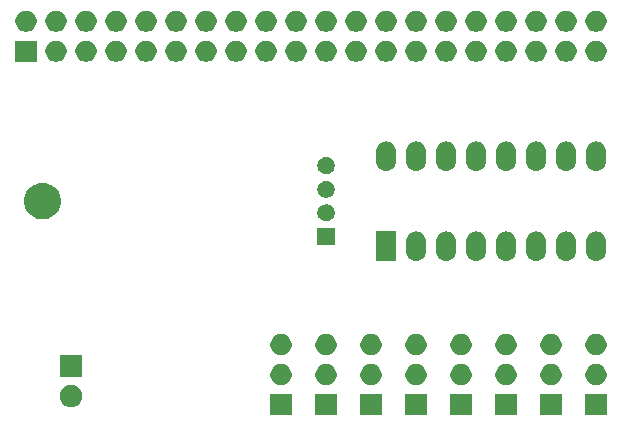
<source format=gbr>
G04 #@! TF.GenerationSoftware,KiCad,Pcbnew,5.1.5*
G04 #@! TF.CreationDate,2020-04-20T14:34:13-06:00*
G04 #@! TF.ProjectId,growbot,67726f77-626f-4742-9e6b-696361645f70,rev?*
G04 #@! TF.SameCoordinates,Original*
G04 #@! TF.FileFunction,Soldermask,Bot*
G04 #@! TF.FilePolarity,Negative*
%FSLAX46Y46*%
G04 Gerber Fmt 4.6, Leading zero omitted, Abs format (unit mm)*
G04 Created by KiCad (PCBNEW 5.1.5) date 2020-04-20 14:34:13*
%MOMM*%
%LPD*%
G04 APERTURE LIST*
%ADD10C,0.100000*%
G04 APERTURE END LIST*
D10*
G36*
X143141000Y-114645999D02*
G01*
X141339000Y-114645999D01*
X141339000Y-112843999D01*
X143141000Y-112843999D01*
X143141000Y-114645999D01*
G37*
G36*
X169811000Y-114645999D02*
G01*
X168009000Y-114645999D01*
X168009000Y-112843999D01*
X169811000Y-112843999D01*
X169811000Y-114645999D01*
G37*
G36*
X166001000Y-114645999D02*
G01*
X164199000Y-114645999D01*
X164199000Y-112843999D01*
X166001000Y-112843999D01*
X166001000Y-114645999D01*
G37*
G36*
X162191000Y-114645999D02*
G01*
X160389000Y-114645999D01*
X160389000Y-112843999D01*
X162191000Y-112843999D01*
X162191000Y-114645999D01*
G37*
G36*
X158381000Y-114645999D02*
G01*
X156579000Y-114645999D01*
X156579000Y-112843999D01*
X158381000Y-112843999D01*
X158381000Y-114645999D01*
G37*
G36*
X150761000Y-114645999D02*
G01*
X148959000Y-114645999D01*
X148959000Y-112843999D01*
X150761000Y-112843999D01*
X150761000Y-114645999D01*
G37*
G36*
X146951000Y-114645999D02*
G01*
X145149000Y-114645999D01*
X145149000Y-112843999D01*
X146951000Y-112843999D01*
X146951000Y-114645999D01*
G37*
G36*
X154571000Y-114645999D02*
G01*
X152769000Y-114645999D01*
X152769000Y-112843999D01*
X154571000Y-112843999D01*
X154571000Y-114645999D01*
G37*
G36*
X124737395Y-112115546D02*
G01*
X124910466Y-112187234D01*
X124910467Y-112187235D01*
X125066227Y-112291310D01*
X125198690Y-112423773D01*
X125198691Y-112423775D01*
X125302766Y-112579534D01*
X125374454Y-112752605D01*
X125411000Y-112936333D01*
X125411000Y-113123667D01*
X125374454Y-113307395D01*
X125302766Y-113480466D01*
X125302765Y-113480467D01*
X125198690Y-113636227D01*
X125066227Y-113768690D01*
X124987818Y-113821081D01*
X124910466Y-113872766D01*
X124737395Y-113944454D01*
X124553667Y-113981000D01*
X124366333Y-113981000D01*
X124182605Y-113944454D01*
X124009534Y-113872766D01*
X123932182Y-113821081D01*
X123853773Y-113768690D01*
X123721310Y-113636227D01*
X123617235Y-113480467D01*
X123617234Y-113480466D01*
X123545546Y-113307395D01*
X123509000Y-113123667D01*
X123509000Y-112936333D01*
X123545546Y-112752605D01*
X123617234Y-112579534D01*
X123721309Y-112423775D01*
X123721310Y-112423773D01*
X123853773Y-112291310D01*
X124009533Y-112187235D01*
X124009534Y-112187234D01*
X124182605Y-112115546D01*
X124366333Y-112079000D01*
X124553667Y-112079000D01*
X124737395Y-112115546D01*
G37*
G36*
X157593512Y-110308926D02*
G01*
X157742812Y-110338623D01*
X157906784Y-110406543D01*
X158054354Y-110505146D01*
X158179853Y-110630645D01*
X158278456Y-110778215D01*
X158346376Y-110942187D01*
X158381000Y-111116258D01*
X158381000Y-111293740D01*
X158346376Y-111467811D01*
X158278456Y-111631783D01*
X158179853Y-111779353D01*
X158054354Y-111904852D01*
X157906784Y-112003455D01*
X157742812Y-112071375D01*
X157593512Y-112101072D01*
X157568742Y-112105999D01*
X157391258Y-112105999D01*
X157366488Y-112101072D01*
X157217188Y-112071375D01*
X157053216Y-112003455D01*
X156905646Y-111904852D01*
X156780147Y-111779353D01*
X156681544Y-111631783D01*
X156613624Y-111467811D01*
X156579000Y-111293740D01*
X156579000Y-111116258D01*
X156613624Y-110942187D01*
X156681544Y-110778215D01*
X156780147Y-110630645D01*
X156905646Y-110505146D01*
X157053216Y-110406543D01*
X157217188Y-110338623D01*
X157366488Y-110308926D01*
X157391258Y-110303999D01*
X157568742Y-110303999D01*
X157593512Y-110308926D01*
G37*
G36*
X146163512Y-110308926D02*
G01*
X146312812Y-110338623D01*
X146476784Y-110406543D01*
X146624354Y-110505146D01*
X146749853Y-110630645D01*
X146848456Y-110778215D01*
X146916376Y-110942187D01*
X146951000Y-111116258D01*
X146951000Y-111293740D01*
X146916376Y-111467811D01*
X146848456Y-111631783D01*
X146749853Y-111779353D01*
X146624354Y-111904852D01*
X146476784Y-112003455D01*
X146312812Y-112071375D01*
X146163512Y-112101072D01*
X146138742Y-112105999D01*
X145961258Y-112105999D01*
X145936488Y-112101072D01*
X145787188Y-112071375D01*
X145623216Y-112003455D01*
X145475646Y-111904852D01*
X145350147Y-111779353D01*
X145251544Y-111631783D01*
X145183624Y-111467811D01*
X145149000Y-111293740D01*
X145149000Y-111116258D01*
X145183624Y-110942187D01*
X145251544Y-110778215D01*
X145350147Y-110630645D01*
X145475646Y-110505146D01*
X145623216Y-110406543D01*
X145787188Y-110338623D01*
X145936488Y-110308926D01*
X145961258Y-110303999D01*
X146138742Y-110303999D01*
X146163512Y-110308926D01*
G37*
G36*
X149973512Y-110308926D02*
G01*
X150122812Y-110338623D01*
X150286784Y-110406543D01*
X150434354Y-110505146D01*
X150559853Y-110630645D01*
X150658456Y-110778215D01*
X150726376Y-110942187D01*
X150761000Y-111116258D01*
X150761000Y-111293740D01*
X150726376Y-111467811D01*
X150658456Y-111631783D01*
X150559853Y-111779353D01*
X150434354Y-111904852D01*
X150286784Y-112003455D01*
X150122812Y-112071375D01*
X149973512Y-112101072D01*
X149948742Y-112105999D01*
X149771258Y-112105999D01*
X149746488Y-112101072D01*
X149597188Y-112071375D01*
X149433216Y-112003455D01*
X149285646Y-111904852D01*
X149160147Y-111779353D01*
X149061544Y-111631783D01*
X148993624Y-111467811D01*
X148959000Y-111293740D01*
X148959000Y-111116258D01*
X148993624Y-110942187D01*
X149061544Y-110778215D01*
X149160147Y-110630645D01*
X149285646Y-110505146D01*
X149433216Y-110406543D01*
X149597188Y-110338623D01*
X149746488Y-110308926D01*
X149771258Y-110303999D01*
X149948742Y-110303999D01*
X149973512Y-110308926D01*
G37*
G36*
X153783512Y-110308926D02*
G01*
X153932812Y-110338623D01*
X154096784Y-110406543D01*
X154244354Y-110505146D01*
X154369853Y-110630645D01*
X154468456Y-110778215D01*
X154536376Y-110942187D01*
X154571000Y-111116258D01*
X154571000Y-111293740D01*
X154536376Y-111467811D01*
X154468456Y-111631783D01*
X154369853Y-111779353D01*
X154244354Y-111904852D01*
X154096784Y-112003455D01*
X153932812Y-112071375D01*
X153783512Y-112101072D01*
X153758742Y-112105999D01*
X153581258Y-112105999D01*
X153556488Y-112101072D01*
X153407188Y-112071375D01*
X153243216Y-112003455D01*
X153095646Y-111904852D01*
X152970147Y-111779353D01*
X152871544Y-111631783D01*
X152803624Y-111467811D01*
X152769000Y-111293740D01*
X152769000Y-111116258D01*
X152803624Y-110942187D01*
X152871544Y-110778215D01*
X152970147Y-110630645D01*
X153095646Y-110505146D01*
X153243216Y-110406543D01*
X153407188Y-110338623D01*
X153556488Y-110308926D01*
X153581258Y-110303999D01*
X153758742Y-110303999D01*
X153783512Y-110308926D01*
G37*
G36*
X161403512Y-110308926D02*
G01*
X161552812Y-110338623D01*
X161716784Y-110406543D01*
X161864354Y-110505146D01*
X161989853Y-110630645D01*
X162088456Y-110778215D01*
X162156376Y-110942187D01*
X162191000Y-111116258D01*
X162191000Y-111293740D01*
X162156376Y-111467811D01*
X162088456Y-111631783D01*
X161989853Y-111779353D01*
X161864354Y-111904852D01*
X161716784Y-112003455D01*
X161552812Y-112071375D01*
X161403512Y-112101072D01*
X161378742Y-112105999D01*
X161201258Y-112105999D01*
X161176488Y-112101072D01*
X161027188Y-112071375D01*
X160863216Y-112003455D01*
X160715646Y-111904852D01*
X160590147Y-111779353D01*
X160491544Y-111631783D01*
X160423624Y-111467811D01*
X160389000Y-111293740D01*
X160389000Y-111116258D01*
X160423624Y-110942187D01*
X160491544Y-110778215D01*
X160590147Y-110630645D01*
X160715646Y-110505146D01*
X160863216Y-110406543D01*
X161027188Y-110338623D01*
X161176488Y-110308926D01*
X161201258Y-110303999D01*
X161378742Y-110303999D01*
X161403512Y-110308926D01*
G37*
G36*
X165213512Y-110308926D02*
G01*
X165362812Y-110338623D01*
X165526784Y-110406543D01*
X165674354Y-110505146D01*
X165799853Y-110630645D01*
X165898456Y-110778215D01*
X165966376Y-110942187D01*
X166001000Y-111116258D01*
X166001000Y-111293740D01*
X165966376Y-111467811D01*
X165898456Y-111631783D01*
X165799853Y-111779353D01*
X165674354Y-111904852D01*
X165526784Y-112003455D01*
X165362812Y-112071375D01*
X165213512Y-112101072D01*
X165188742Y-112105999D01*
X165011258Y-112105999D01*
X164986488Y-112101072D01*
X164837188Y-112071375D01*
X164673216Y-112003455D01*
X164525646Y-111904852D01*
X164400147Y-111779353D01*
X164301544Y-111631783D01*
X164233624Y-111467811D01*
X164199000Y-111293740D01*
X164199000Y-111116258D01*
X164233624Y-110942187D01*
X164301544Y-110778215D01*
X164400147Y-110630645D01*
X164525646Y-110505146D01*
X164673216Y-110406543D01*
X164837188Y-110338623D01*
X164986488Y-110308926D01*
X165011258Y-110303999D01*
X165188742Y-110303999D01*
X165213512Y-110308926D01*
G37*
G36*
X169023512Y-110308926D02*
G01*
X169172812Y-110338623D01*
X169336784Y-110406543D01*
X169484354Y-110505146D01*
X169609853Y-110630645D01*
X169708456Y-110778215D01*
X169776376Y-110942187D01*
X169811000Y-111116258D01*
X169811000Y-111293740D01*
X169776376Y-111467811D01*
X169708456Y-111631783D01*
X169609853Y-111779353D01*
X169484354Y-111904852D01*
X169336784Y-112003455D01*
X169172812Y-112071375D01*
X169023512Y-112101072D01*
X168998742Y-112105999D01*
X168821258Y-112105999D01*
X168796488Y-112101072D01*
X168647188Y-112071375D01*
X168483216Y-112003455D01*
X168335646Y-111904852D01*
X168210147Y-111779353D01*
X168111544Y-111631783D01*
X168043624Y-111467811D01*
X168009000Y-111293740D01*
X168009000Y-111116258D01*
X168043624Y-110942187D01*
X168111544Y-110778215D01*
X168210147Y-110630645D01*
X168335646Y-110505146D01*
X168483216Y-110406543D01*
X168647188Y-110338623D01*
X168796488Y-110308926D01*
X168821258Y-110303999D01*
X168998742Y-110303999D01*
X169023512Y-110308926D01*
G37*
G36*
X142353512Y-110308926D02*
G01*
X142502812Y-110338623D01*
X142666784Y-110406543D01*
X142814354Y-110505146D01*
X142939853Y-110630645D01*
X143038456Y-110778215D01*
X143106376Y-110942187D01*
X143141000Y-111116258D01*
X143141000Y-111293740D01*
X143106376Y-111467811D01*
X143038456Y-111631783D01*
X142939853Y-111779353D01*
X142814354Y-111904852D01*
X142666784Y-112003455D01*
X142502812Y-112071375D01*
X142353512Y-112101072D01*
X142328742Y-112105999D01*
X142151258Y-112105999D01*
X142126488Y-112101072D01*
X141977188Y-112071375D01*
X141813216Y-112003455D01*
X141665646Y-111904852D01*
X141540147Y-111779353D01*
X141441544Y-111631783D01*
X141373624Y-111467811D01*
X141339000Y-111293740D01*
X141339000Y-111116258D01*
X141373624Y-110942187D01*
X141441544Y-110778215D01*
X141540147Y-110630645D01*
X141665646Y-110505146D01*
X141813216Y-110406543D01*
X141977188Y-110338623D01*
X142126488Y-110308926D01*
X142151258Y-110303999D01*
X142328742Y-110303999D01*
X142353512Y-110308926D01*
G37*
G36*
X125411000Y-111441000D02*
G01*
X123509000Y-111441000D01*
X123509000Y-109539000D01*
X125411000Y-109539000D01*
X125411000Y-111441000D01*
G37*
G36*
X153783512Y-107768926D02*
G01*
X153932812Y-107798623D01*
X154096784Y-107866543D01*
X154244354Y-107965146D01*
X154369853Y-108090645D01*
X154468456Y-108238215D01*
X154536376Y-108402187D01*
X154571000Y-108576258D01*
X154571000Y-108753740D01*
X154536376Y-108927811D01*
X154468456Y-109091783D01*
X154369853Y-109239353D01*
X154244354Y-109364852D01*
X154096784Y-109463455D01*
X153932812Y-109531375D01*
X153783512Y-109561072D01*
X153758742Y-109565999D01*
X153581258Y-109565999D01*
X153556488Y-109561072D01*
X153407188Y-109531375D01*
X153243216Y-109463455D01*
X153095646Y-109364852D01*
X152970147Y-109239353D01*
X152871544Y-109091783D01*
X152803624Y-108927811D01*
X152769000Y-108753740D01*
X152769000Y-108576258D01*
X152803624Y-108402187D01*
X152871544Y-108238215D01*
X152970147Y-108090645D01*
X153095646Y-107965146D01*
X153243216Y-107866543D01*
X153407188Y-107798623D01*
X153556488Y-107768926D01*
X153581258Y-107763999D01*
X153758742Y-107763999D01*
X153783512Y-107768926D01*
G37*
G36*
X149973512Y-107768926D02*
G01*
X150122812Y-107798623D01*
X150286784Y-107866543D01*
X150434354Y-107965146D01*
X150559853Y-108090645D01*
X150658456Y-108238215D01*
X150726376Y-108402187D01*
X150761000Y-108576258D01*
X150761000Y-108753740D01*
X150726376Y-108927811D01*
X150658456Y-109091783D01*
X150559853Y-109239353D01*
X150434354Y-109364852D01*
X150286784Y-109463455D01*
X150122812Y-109531375D01*
X149973512Y-109561072D01*
X149948742Y-109565999D01*
X149771258Y-109565999D01*
X149746488Y-109561072D01*
X149597188Y-109531375D01*
X149433216Y-109463455D01*
X149285646Y-109364852D01*
X149160147Y-109239353D01*
X149061544Y-109091783D01*
X148993624Y-108927811D01*
X148959000Y-108753740D01*
X148959000Y-108576258D01*
X148993624Y-108402187D01*
X149061544Y-108238215D01*
X149160147Y-108090645D01*
X149285646Y-107965146D01*
X149433216Y-107866543D01*
X149597188Y-107798623D01*
X149746488Y-107768926D01*
X149771258Y-107763999D01*
X149948742Y-107763999D01*
X149973512Y-107768926D01*
G37*
G36*
X157593512Y-107768926D02*
G01*
X157742812Y-107798623D01*
X157906784Y-107866543D01*
X158054354Y-107965146D01*
X158179853Y-108090645D01*
X158278456Y-108238215D01*
X158346376Y-108402187D01*
X158381000Y-108576258D01*
X158381000Y-108753740D01*
X158346376Y-108927811D01*
X158278456Y-109091783D01*
X158179853Y-109239353D01*
X158054354Y-109364852D01*
X157906784Y-109463455D01*
X157742812Y-109531375D01*
X157593512Y-109561072D01*
X157568742Y-109565999D01*
X157391258Y-109565999D01*
X157366488Y-109561072D01*
X157217188Y-109531375D01*
X157053216Y-109463455D01*
X156905646Y-109364852D01*
X156780147Y-109239353D01*
X156681544Y-109091783D01*
X156613624Y-108927811D01*
X156579000Y-108753740D01*
X156579000Y-108576258D01*
X156613624Y-108402187D01*
X156681544Y-108238215D01*
X156780147Y-108090645D01*
X156905646Y-107965146D01*
X157053216Y-107866543D01*
X157217188Y-107798623D01*
X157366488Y-107768926D01*
X157391258Y-107763999D01*
X157568742Y-107763999D01*
X157593512Y-107768926D01*
G37*
G36*
X146163512Y-107768926D02*
G01*
X146312812Y-107798623D01*
X146476784Y-107866543D01*
X146624354Y-107965146D01*
X146749853Y-108090645D01*
X146848456Y-108238215D01*
X146916376Y-108402187D01*
X146951000Y-108576258D01*
X146951000Y-108753740D01*
X146916376Y-108927811D01*
X146848456Y-109091783D01*
X146749853Y-109239353D01*
X146624354Y-109364852D01*
X146476784Y-109463455D01*
X146312812Y-109531375D01*
X146163512Y-109561072D01*
X146138742Y-109565999D01*
X145961258Y-109565999D01*
X145936488Y-109561072D01*
X145787188Y-109531375D01*
X145623216Y-109463455D01*
X145475646Y-109364852D01*
X145350147Y-109239353D01*
X145251544Y-109091783D01*
X145183624Y-108927811D01*
X145149000Y-108753740D01*
X145149000Y-108576258D01*
X145183624Y-108402187D01*
X145251544Y-108238215D01*
X145350147Y-108090645D01*
X145475646Y-107965146D01*
X145623216Y-107866543D01*
X145787188Y-107798623D01*
X145936488Y-107768926D01*
X145961258Y-107763999D01*
X146138742Y-107763999D01*
X146163512Y-107768926D01*
G37*
G36*
X169023512Y-107768926D02*
G01*
X169172812Y-107798623D01*
X169336784Y-107866543D01*
X169484354Y-107965146D01*
X169609853Y-108090645D01*
X169708456Y-108238215D01*
X169776376Y-108402187D01*
X169811000Y-108576258D01*
X169811000Y-108753740D01*
X169776376Y-108927811D01*
X169708456Y-109091783D01*
X169609853Y-109239353D01*
X169484354Y-109364852D01*
X169336784Y-109463455D01*
X169172812Y-109531375D01*
X169023512Y-109561072D01*
X168998742Y-109565999D01*
X168821258Y-109565999D01*
X168796488Y-109561072D01*
X168647188Y-109531375D01*
X168483216Y-109463455D01*
X168335646Y-109364852D01*
X168210147Y-109239353D01*
X168111544Y-109091783D01*
X168043624Y-108927811D01*
X168009000Y-108753740D01*
X168009000Y-108576258D01*
X168043624Y-108402187D01*
X168111544Y-108238215D01*
X168210147Y-108090645D01*
X168335646Y-107965146D01*
X168483216Y-107866543D01*
X168647188Y-107798623D01*
X168796488Y-107768926D01*
X168821258Y-107763999D01*
X168998742Y-107763999D01*
X169023512Y-107768926D01*
G37*
G36*
X142353512Y-107768926D02*
G01*
X142502812Y-107798623D01*
X142666784Y-107866543D01*
X142814354Y-107965146D01*
X142939853Y-108090645D01*
X143038456Y-108238215D01*
X143106376Y-108402187D01*
X143141000Y-108576258D01*
X143141000Y-108753740D01*
X143106376Y-108927811D01*
X143038456Y-109091783D01*
X142939853Y-109239353D01*
X142814354Y-109364852D01*
X142666784Y-109463455D01*
X142502812Y-109531375D01*
X142353512Y-109561072D01*
X142328742Y-109565999D01*
X142151258Y-109565999D01*
X142126488Y-109561072D01*
X141977188Y-109531375D01*
X141813216Y-109463455D01*
X141665646Y-109364852D01*
X141540147Y-109239353D01*
X141441544Y-109091783D01*
X141373624Y-108927811D01*
X141339000Y-108753740D01*
X141339000Y-108576258D01*
X141373624Y-108402187D01*
X141441544Y-108238215D01*
X141540147Y-108090645D01*
X141665646Y-107965146D01*
X141813216Y-107866543D01*
X141977188Y-107798623D01*
X142126488Y-107768926D01*
X142151258Y-107763999D01*
X142328742Y-107763999D01*
X142353512Y-107768926D01*
G37*
G36*
X161403512Y-107768926D02*
G01*
X161552812Y-107798623D01*
X161716784Y-107866543D01*
X161864354Y-107965146D01*
X161989853Y-108090645D01*
X162088456Y-108238215D01*
X162156376Y-108402187D01*
X162191000Y-108576258D01*
X162191000Y-108753740D01*
X162156376Y-108927811D01*
X162088456Y-109091783D01*
X161989853Y-109239353D01*
X161864354Y-109364852D01*
X161716784Y-109463455D01*
X161552812Y-109531375D01*
X161403512Y-109561072D01*
X161378742Y-109565999D01*
X161201258Y-109565999D01*
X161176488Y-109561072D01*
X161027188Y-109531375D01*
X160863216Y-109463455D01*
X160715646Y-109364852D01*
X160590147Y-109239353D01*
X160491544Y-109091783D01*
X160423624Y-108927811D01*
X160389000Y-108753740D01*
X160389000Y-108576258D01*
X160423624Y-108402187D01*
X160491544Y-108238215D01*
X160590147Y-108090645D01*
X160715646Y-107965146D01*
X160863216Y-107866543D01*
X161027188Y-107798623D01*
X161176488Y-107768926D01*
X161201258Y-107763999D01*
X161378742Y-107763999D01*
X161403512Y-107768926D01*
G37*
G36*
X165213512Y-107768926D02*
G01*
X165362812Y-107798623D01*
X165526784Y-107866543D01*
X165674354Y-107965146D01*
X165799853Y-108090645D01*
X165898456Y-108238215D01*
X165966376Y-108402187D01*
X166001000Y-108576258D01*
X166001000Y-108753740D01*
X165966376Y-108927811D01*
X165898456Y-109091783D01*
X165799853Y-109239353D01*
X165674354Y-109364852D01*
X165526784Y-109463455D01*
X165362812Y-109531375D01*
X165213512Y-109561072D01*
X165188742Y-109565999D01*
X165011258Y-109565999D01*
X164986488Y-109561072D01*
X164837188Y-109531375D01*
X164673216Y-109463455D01*
X164525646Y-109364852D01*
X164400147Y-109239353D01*
X164301544Y-109091783D01*
X164233624Y-108927811D01*
X164199000Y-108753740D01*
X164199000Y-108576258D01*
X164233624Y-108402187D01*
X164301544Y-108238215D01*
X164400147Y-108090645D01*
X164525646Y-107965146D01*
X164673216Y-107866543D01*
X164837188Y-107798623D01*
X164986488Y-107768926D01*
X165011258Y-107763999D01*
X165188742Y-107763999D01*
X165213512Y-107768926D01*
G37*
G36*
X153836822Y-99091313D02*
G01*
X153997241Y-99139976D01*
X154145077Y-99218995D01*
X154274659Y-99325341D01*
X154381004Y-99454922D01*
X154381005Y-99454924D01*
X154460024Y-99602758D01*
X154508687Y-99763177D01*
X154521000Y-99888196D01*
X154521000Y-100771803D01*
X154508687Y-100896822D01*
X154460024Y-101057242D01*
X154389114Y-101189906D01*
X154381004Y-101205078D01*
X154274659Y-101334659D01*
X154145078Y-101441004D01*
X154145076Y-101441005D01*
X153997242Y-101520024D01*
X153836823Y-101568687D01*
X153670000Y-101585117D01*
X153503178Y-101568687D01*
X153342759Y-101520024D01*
X153194925Y-101441005D01*
X153194923Y-101441004D01*
X153065342Y-101334659D01*
X152958997Y-101205078D01*
X152950887Y-101189906D01*
X152879977Y-101057242D01*
X152831314Y-100896823D01*
X152819000Y-100771803D01*
X152819000Y-99888197D01*
X152831313Y-99763178D01*
X152879976Y-99602759D01*
X152958995Y-99454923D01*
X153065341Y-99325341D01*
X153194922Y-99218996D01*
X153210094Y-99210886D01*
X153342758Y-99139976D01*
X153503177Y-99091313D01*
X153670000Y-99074883D01*
X153836822Y-99091313D01*
G37*
G36*
X156376822Y-99091313D02*
G01*
X156537241Y-99139976D01*
X156685077Y-99218995D01*
X156814659Y-99325341D01*
X156921004Y-99454922D01*
X156921005Y-99454924D01*
X157000024Y-99602758D01*
X157048687Y-99763177D01*
X157061000Y-99888196D01*
X157061000Y-100771803D01*
X157048687Y-100896822D01*
X157000024Y-101057242D01*
X156929114Y-101189906D01*
X156921004Y-101205078D01*
X156814659Y-101334659D01*
X156685078Y-101441004D01*
X156685076Y-101441005D01*
X156537242Y-101520024D01*
X156376823Y-101568687D01*
X156210000Y-101585117D01*
X156043178Y-101568687D01*
X155882759Y-101520024D01*
X155734925Y-101441005D01*
X155734923Y-101441004D01*
X155605342Y-101334659D01*
X155498997Y-101205078D01*
X155490887Y-101189906D01*
X155419977Y-101057242D01*
X155371314Y-100896823D01*
X155359000Y-100771803D01*
X155359000Y-99888197D01*
X155371313Y-99763178D01*
X155419976Y-99602759D01*
X155498995Y-99454923D01*
X155605341Y-99325341D01*
X155734922Y-99218996D01*
X155750094Y-99210886D01*
X155882758Y-99139976D01*
X156043177Y-99091313D01*
X156210000Y-99074883D01*
X156376822Y-99091313D01*
G37*
G36*
X158916822Y-99091313D02*
G01*
X159077241Y-99139976D01*
X159225077Y-99218995D01*
X159354659Y-99325341D01*
X159461004Y-99454922D01*
X159461005Y-99454924D01*
X159540024Y-99602758D01*
X159588687Y-99763177D01*
X159601000Y-99888196D01*
X159601000Y-100771803D01*
X159588687Y-100896822D01*
X159540024Y-101057242D01*
X159469114Y-101189906D01*
X159461004Y-101205078D01*
X159354659Y-101334659D01*
X159225078Y-101441004D01*
X159225076Y-101441005D01*
X159077242Y-101520024D01*
X158916823Y-101568687D01*
X158750000Y-101585117D01*
X158583178Y-101568687D01*
X158422759Y-101520024D01*
X158274925Y-101441005D01*
X158274923Y-101441004D01*
X158145342Y-101334659D01*
X158038997Y-101205078D01*
X158030887Y-101189906D01*
X157959977Y-101057242D01*
X157911314Y-100896823D01*
X157899000Y-100771803D01*
X157899000Y-99888197D01*
X157911313Y-99763178D01*
X157959976Y-99602759D01*
X158038995Y-99454923D01*
X158145341Y-99325341D01*
X158274922Y-99218996D01*
X158290094Y-99210886D01*
X158422758Y-99139976D01*
X158583177Y-99091313D01*
X158750000Y-99074883D01*
X158916822Y-99091313D01*
G37*
G36*
X161456822Y-99091313D02*
G01*
X161617241Y-99139976D01*
X161765077Y-99218995D01*
X161894659Y-99325341D01*
X162001004Y-99454922D01*
X162001005Y-99454924D01*
X162080024Y-99602758D01*
X162128687Y-99763177D01*
X162141000Y-99888196D01*
X162141000Y-100771803D01*
X162128687Y-100896822D01*
X162080024Y-101057242D01*
X162009114Y-101189906D01*
X162001004Y-101205078D01*
X161894659Y-101334659D01*
X161765078Y-101441004D01*
X161765076Y-101441005D01*
X161617242Y-101520024D01*
X161456823Y-101568687D01*
X161290000Y-101585117D01*
X161123178Y-101568687D01*
X160962759Y-101520024D01*
X160814925Y-101441005D01*
X160814923Y-101441004D01*
X160685342Y-101334659D01*
X160578997Y-101205078D01*
X160570887Y-101189906D01*
X160499977Y-101057242D01*
X160451314Y-100896823D01*
X160439000Y-100771803D01*
X160439000Y-99888197D01*
X160451313Y-99763178D01*
X160499976Y-99602759D01*
X160578995Y-99454923D01*
X160685341Y-99325341D01*
X160814922Y-99218996D01*
X160830094Y-99210886D01*
X160962758Y-99139976D01*
X161123177Y-99091313D01*
X161290000Y-99074883D01*
X161456822Y-99091313D01*
G37*
G36*
X163996822Y-99091313D02*
G01*
X164157241Y-99139976D01*
X164305077Y-99218995D01*
X164434659Y-99325341D01*
X164541004Y-99454922D01*
X164541005Y-99454924D01*
X164620024Y-99602758D01*
X164668687Y-99763177D01*
X164681000Y-99888196D01*
X164681000Y-100771803D01*
X164668687Y-100896822D01*
X164620024Y-101057242D01*
X164549114Y-101189906D01*
X164541004Y-101205078D01*
X164434659Y-101334659D01*
X164305078Y-101441004D01*
X164305076Y-101441005D01*
X164157242Y-101520024D01*
X163996823Y-101568687D01*
X163830000Y-101585117D01*
X163663178Y-101568687D01*
X163502759Y-101520024D01*
X163354925Y-101441005D01*
X163354923Y-101441004D01*
X163225342Y-101334659D01*
X163118997Y-101205078D01*
X163110887Y-101189906D01*
X163039977Y-101057242D01*
X162991314Y-100896823D01*
X162979000Y-100771803D01*
X162979000Y-99888197D01*
X162991313Y-99763178D01*
X163039976Y-99602759D01*
X163118995Y-99454923D01*
X163225341Y-99325341D01*
X163354922Y-99218996D01*
X163370094Y-99210886D01*
X163502758Y-99139976D01*
X163663177Y-99091313D01*
X163830000Y-99074883D01*
X163996822Y-99091313D01*
G37*
G36*
X166536822Y-99091313D02*
G01*
X166697241Y-99139976D01*
X166845077Y-99218995D01*
X166974659Y-99325341D01*
X167081004Y-99454922D01*
X167081005Y-99454924D01*
X167160024Y-99602758D01*
X167208687Y-99763177D01*
X167221000Y-99888196D01*
X167221000Y-100771803D01*
X167208687Y-100896822D01*
X167160024Y-101057242D01*
X167089114Y-101189906D01*
X167081004Y-101205078D01*
X166974659Y-101334659D01*
X166845078Y-101441004D01*
X166845076Y-101441005D01*
X166697242Y-101520024D01*
X166536823Y-101568687D01*
X166370000Y-101585117D01*
X166203178Y-101568687D01*
X166042759Y-101520024D01*
X165894925Y-101441005D01*
X165894923Y-101441004D01*
X165765342Y-101334659D01*
X165658997Y-101205078D01*
X165650887Y-101189906D01*
X165579977Y-101057242D01*
X165531314Y-100896823D01*
X165519000Y-100771803D01*
X165519000Y-99888197D01*
X165531313Y-99763178D01*
X165579976Y-99602759D01*
X165658995Y-99454923D01*
X165765341Y-99325341D01*
X165894922Y-99218996D01*
X165910094Y-99210886D01*
X166042758Y-99139976D01*
X166203177Y-99091313D01*
X166370000Y-99074883D01*
X166536822Y-99091313D01*
G37*
G36*
X169076822Y-99091313D02*
G01*
X169237241Y-99139976D01*
X169385077Y-99218995D01*
X169514659Y-99325341D01*
X169621004Y-99454922D01*
X169621005Y-99454924D01*
X169700024Y-99602758D01*
X169748687Y-99763177D01*
X169761000Y-99888196D01*
X169761000Y-100771803D01*
X169748687Y-100896822D01*
X169700024Y-101057242D01*
X169629114Y-101189906D01*
X169621004Y-101205078D01*
X169514659Y-101334659D01*
X169385078Y-101441004D01*
X169385076Y-101441005D01*
X169237242Y-101520024D01*
X169076823Y-101568687D01*
X168910000Y-101585117D01*
X168743178Y-101568687D01*
X168582759Y-101520024D01*
X168434925Y-101441005D01*
X168434923Y-101441004D01*
X168305342Y-101334659D01*
X168198997Y-101205078D01*
X168190887Y-101189906D01*
X168119977Y-101057242D01*
X168071314Y-100896823D01*
X168059000Y-100771803D01*
X168059000Y-99888197D01*
X168071313Y-99763178D01*
X168119976Y-99602759D01*
X168198995Y-99454923D01*
X168305341Y-99325341D01*
X168434922Y-99218996D01*
X168450094Y-99210886D01*
X168582758Y-99139976D01*
X168743177Y-99091313D01*
X168910000Y-99074883D01*
X169076822Y-99091313D01*
G37*
G36*
X151981000Y-101581000D02*
G01*
X150279000Y-101581000D01*
X150279000Y-99079000D01*
X151981000Y-99079000D01*
X151981000Y-101581000D01*
G37*
G36*
X146776000Y-100231000D02*
G01*
X145324000Y-100231000D01*
X145324000Y-98779000D01*
X146776000Y-98779000D01*
X146776000Y-100231000D01*
G37*
G36*
X146261766Y-96806899D02*
G01*
X146393888Y-96861626D01*
X146393890Y-96861627D01*
X146512798Y-96941079D01*
X146613921Y-97042202D01*
X146613922Y-97042204D01*
X146693374Y-97161112D01*
X146748101Y-97293234D01*
X146776000Y-97433494D01*
X146776000Y-97576506D01*
X146748101Y-97716766D01*
X146693374Y-97848888D01*
X146693373Y-97848890D01*
X146613921Y-97967798D01*
X146512798Y-98068921D01*
X146393890Y-98148373D01*
X146393889Y-98148374D01*
X146393888Y-98148374D01*
X146261766Y-98203101D01*
X146121506Y-98231000D01*
X145978494Y-98231000D01*
X145838234Y-98203101D01*
X145706112Y-98148374D01*
X145706111Y-98148374D01*
X145706110Y-98148373D01*
X145587202Y-98068921D01*
X145486079Y-97967798D01*
X145406627Y-97848890D01*
X145406626Y-97848888D01*
X145351899Y-97716766D01*
X145324000Y-97576506D01*
X145324000Y-97433494D01*
X145351899Y-97293234D01*
X145406626Y-97161112D01*
X145486078Y-97042204D01*
X145486079Y-97042202D01*
X145587202Y-96941079D01*
X145706110Y-96861627D01*
X145706112Y-96861626D01*
X145838234Y-96806899D01*
X145978494Y-96779000D01*
X146121506Y-96779000D01*
X146261766Y-96806899D01*
G37*
G36*
X122352585Y-94998802D02*
G01*
X122502410Y-95028604D01*
X122784674Y-95145521D01*
X123038705Y-95315259D01*
X123254741Y-95531295D01*
X123424479Y-95785326D01*
X123541396Y-96067590D01*
X123601000Y-96367240D01*
X123601000Y-96672760D01*
X123541396Y-96972410D01*
X123424479Y-97254674D01*
X123254741Y-97508705D01*
X123038705Y-97724741D01*
X122784674Y-97894479D01*
X122502410Y-98011396D01*
X122352585Y-98041198D01*
X122202761Y-98071000D01*
X121897239Y-98071000D01*
X121747415Y-98041198D01*
X121597590Y-98011396D01*
X121315326Y-97894479D01*
X121061295Y-97724741D01*
X120845259Y-97508705D01*
X120675521Y-97254674D01*
X120558604Y-96972410D01*
X120499000Y-96672760D01*
X120499000Y-96367240D01*
X120558604Y-96067590D01*
X120675521Y-95785326D01*
X120845259Y-95531295D01*
X121061295Y-95315259D01*
X121315326Y-95145521D01*
X121597590Y-95028604D01*
X121747415Y-94998802D01*
X121897239Y-94969000D01*
X122202761Y-94969000D01*
X122352585Y-94998802D01*
G37*
G36*
X146261766Y-94806899D02*
G01*
X146393888Y-94861626D01*
X146393890Y-94861627D01*
X146512798Y-94941079D01*
X146613921Y-95042202D01*
X146693373Y-95161110D01*
X146693374Y-95161112D01*
X146748101Y-95293234D01*
X146776000Y-95433494D01*
X146776000Y-95576506D01*
X146748101Y-95716766D01*
X146693374Y-95848888D01*
X146693373Y-95848890D01*
X146613921Y-95967798D01*
X146512798Y-96068921D01*
X146393890Y-96148373D01*
X146393889Y-96148374D01*
X146393888Y-96148374D01*
X146261766Y-96203101D01*
X146121506Y-96231000D01*
X145978494Y-96231000D01*
X145838234Y-96203101D01*
X145706112Y-96148374D01*
X145706111Y-96148374D01*
X145706110Y-96148373D01*
X145587202Y-96068921D01*
X145486079Y-95967798D01*
X145406627Y-95848890D01*
X145406626Y-95848888D01*
X145351899Y-95716766D01*
X145324000Y-95576506D01*
X145324000Y-95433494D01*
X145351899Y-95293234D01*
X145406626Y-95161112D01*
X145406627Y-95161110D01*
X145486079Y-95042202D01*
X145587202Y-94941079D01*
X145706110Y-94861627D01*
X145706112Y-94861626D01*
X145838234Y-94806899D01*
X145978494Y-94779000D01*
X146121506Y-94779000D01*
X146261766Y-94806899D01*
G37*
G36*
X146261766Y-92806899D02*
G01*
X146393888Y-92861626D01*
X146393890Y-92861627D01*
X146512798Y-92941079D01*
X146613921Y-93042202D01*
X146613922Y-93042204D01*
X146693374Y-93161112D01*
X146748101Y-93293234D01*
X146776000Y-93433494D01*
X146776000Y-93576506D01*
X146748101Y-93716766D01*
X146693374Y-93848888D01*
X146693373Y-93848890D01*
X146613921Y-93967798D01*
X146512798Y-94068921D01*
X146393890Y-94148373D01*
X146393889Y-94148374D01*
X146393888Y-94148374D01*
X146261766Y-94203101D01*
X146121506Y-94231000D01*
X145978494Y-94231000D01*
X145838234Y-94203101D01*
X145706112Y-94148374D01*
X145706111Y-94148374D01*
X145706110Y-94148373D01*
X145587202Y-94068921D01*
X145486079Y-93967798D01*
X145406627Y-93848890D01*
X145406626Y-93848888D01*
X145351899Y-93716766D01*
X145324000Y-93576506D01*
X145324000Y-93433494D01*
X145351899Y-93293234D01*
X145406626Y-93161112D01*
X145486078Y-93042204D01*
X145486079Y-93042202D01*
X145587202Y-92941079D01*
X145706110Y-92861627D01*
X145706112Y-92861626D01*
X145838234Y-92806899D01*
X145978494Y-92779000D01*
X146121506Y-92779000D01*
X146261766Y-92806899D01*
G37*
G36*
X151296822Y-91471313D02*
G01*
X151457241Y-91519976D01*
X151605077Y-91598995D01*
X151734659Y-91705341D01*
X151841004Y-91834922D01*
X151841005Y-91834924D01*
X151920024Y-91982758D01*
X151968687Y-92143177D01*
X151981000Y-92268196D01*
X151981000Y-93151803D01*
X151968687Y-93276822D01*
X151920024Y-93437242D01*
X151849114Y-93569906D01*
X151841004Y-93585078D01*
X151734659Y-93714659D01*
X151605078Y-93821004D01*
X151605076Y-93821005D01*
X151457242Y-93900024D01*
X151296823Y-93948687D01*
X151130000Y-93965117D01*
X150963178Y-93948687D01*
X150802759Y-93900024D01*
X150654925Y-93821005D01*
X150654923Y-93821004D01*
X150525342Y-93714659D01*
X150418997Y-93585078D01*
X150410887Y-93569906D01*
X150339977Y-93437242D01*
X150291314Y-93276823D01*
X150279000Y-93151803D01*
X150279000Y-92268197D01*
X150291313Y-92143178D01*
X150339976Y-91982759D01*
X150418995Y-91834923D01*
X150525341Y-91705341D01*
X150654922Y-91598996D01*
X150670094Y-91590886D01*
X150802758Y-91519976D01*
X150963177Y-91471313D01*
X151130000Y-91454883D01*
X151296822Y-91471313D01*
G37*
G36*
X153836822Y-91471313D02*
G01*
X153997241Y-91519976D01*
X154145077Y-91598995D01*
X154274659Y-91705341D01*
X154381004Y-91834922D01*
X154381005Y-91834924D01*
X154460024Y-91982758D01*
X154508687Y-92143177D01*
X154521000Y-92268196D01*
X154521000Y-93151803D01*
X154508687Y-93276822D01*
X154460024Y-93437242D01*
X154389114Y-93569906D01*
X154381004Y-93585078D01*
X154274659Y-93714659D01*
X154145078Y-93821004D01*
X154145076Y-93821005D01*
X153997242Y-93900024D01*
X153836823Y-93948687D01*
X153670000Y-93965117D01*
X153503178Y-93948687D01*
X153342759Y-93900024D01*
X153194925Y-93821005D01*
X153194923Y-93821004D01*
X153065342Y-93714659D01*
X152958997Y-93585078D01*
X152950887Y-93569906D01*
X152879977Y-93437242D01*
X152831314Y-93276823D01*
X152819000Y-93151803D01*
X152819000Y-92268197D01*
X152831313Y-92143178D01*
X152879976Y-91982759D01*
X152958995Y-91834923D01*
X153065341Y-91705341D01*
X153194922Y-91598996D01*
X153210094Y-91590886D01*
X153342758Y-91519976D01*
X153503177Y-91471313D01*
X153670000Y-91454883D01*
X153836822Y-91471313D01*
G37*
G36*
X156376822Y-91471313D02*
G01*
X156537241Y-91519976D01*
X156685077Y-91598995D01*
X156814659Y-91705341D01*
X156921004Y-91834922D01*
X156921005Y-91834924D01*
X157000024Y-91982758D01*
X157048687Y-92143177D01*
X157061000Y-92268196D01*
X157061000Y-93151803D01*
X157048687Y-93276822D01*
X157000024Y-93437242D01*
X156929114Y-93569906D01*
X156921004Y-93585078D01*
X156814659Y-93714659D01*
X156685078Y-93821004D01*
X156685076Y-93821005D01*
X156537242Y-93900024D01*
X156376823Y-93948687D01*
X156210000Y-93965117D01*
X156043178Y-93948687D01*
X155882759Y-93900024D01*
X155734925Y-93821005D01*
X155734923Y-93821004D01*
X155605342Y-93714659D01*
X155498997Y-93585078D01*
X155490887Y-93569906D01*
X155419977Y-93437242D01*
X155371314Y-93276823D01*
X155359000Y-93151803D01*
X155359000Y-92268197D01*
X155371313Y-92143178D01*
X155419976Y-91982759D01*
X155498995Y-91834923D01*
X155605341Y-91705341D01*
X155734922Y-91598996D01*
X155750094Y-91590886D01*
X155882758Y-91519976D01*
X156043177Y-91471313D01*
X156210000Y-91454883D01*
X156376822Y-91471313D01*
G37*
G36*
X158916822Y-91471313D02*
G01*
X159077241Y-91519976D01*
X159225077Y-91598995D01*
X159354659Y-91705341D01*
X159461004Y-91834922D01*
X159461005Y-91834924D01*
X159540024Y-91982758D01*
X159588687Y-92143177D01*
X159601000Y-92268196D01*
X159601000Y-93151803D01*
X159588687Y-93276822D01*
X159540024Y-93437242D01*
X159469114Y-93569906D01*
X159461004Y-93585078D01*
X159354659Y-93714659D01*
X159225078Y-93821004D01*
X159225076Y-93821005D01*
X159077242Y-93900024D01*
X158916823Y-93948687D01*
X158750000Y-93965117D01*
X158583178Y-93948687D01*
X158422759Y-93900024D01*
X158274925Y-93821005D01*
X158274923Y-93821004D01*
X158145342Y-93714659D01*
X158038997Y-93585078D01*
X158030887Y-93569906D01*
X157959977Y-93437242D01*
X157911314Y-93276823D01*
X157899000Y-93151803D01*
X157899000Y-92268197D01*
X157911313Y-92143178D01*
X157959976Y-91982759D01*
X158038995Y-91834923D01*
X158145341Y-91705341D01*
X158274922Y-91598996D01*
X158290094Y-91590886D01*
X158422758Y-91519976D01*
X158583177Y-91471313D01*
X158750000Y-91454883D01*
X158916822Y-91471313D01*
G37*
G36*
X161456822Y-91471313D02*
G01*
X161617241Y-91519976D01*
X161765077Y-91598995D01*
X161894659Y-91705341D01*
X162001004Y-91834922D01*
X162001005Y-91834924D01*
X162080024Y-91982758D01*
X162128687Y-92143177D01*
X162141000Y-92268196D01*
X162141000Y-93151803D01*
X162128687Y-93276822D01*
X162080024Y-93437242D01*
X162009114Y-93569906D01*
X162001004Y-93585078D01*
X161894659Y-93714659D01*
X161765078Y-93821004D01*
X161765076Y-93821005D01*
X161617242Y-93900024D01*
X161456823Y-93948687D01*
X161290000Y-93965117D01*
X161123178Y-93948687D01*
X160962759Y-93900024D01*
X160814925Y-93821005D01*
X160814923Y-93821004D01*
X160685342Y-93714659D01*
X160578997Y-93585078D01*
X160570887Y-93569906D01*
X160499977Y-93437242D01*
X160451314Y-93276823D01*
X160439000Y-93151803D01*
X160439000Y-92268197D01*
X160451313Y-92143178D01*
X160499976Y-91982759D01*
X160578995Y-91834923D01*
X160685341Y-91705341D01*
X160814922Y-91598996D01*
X160830094Y-91590886D01*
X160962758Y-91519976D01*
X161123177Y-91471313D01*
X161290000Y-91454883D01*
X161456822Y-91471313D01*
G37*
G36*
X166536822Y-91471313D02*
G01*
X166697241Y-91519976D01*
X166845077Y-91598995D01*
X166974659Y-91705341D01*
X167081004Y-91834922D01*
X167081005Y-91834924D01*
X167160024Y-91982758D01*
X167208687Y-92143177D01*
X167221000Y-92268196D01*
X167221000Y-93151803D01*
X167208687Y-93276822D01*
X167160024Y-93437242D01*
X167089114Y-93569906D01*
X167081004Y-93585078D01*
X166974659Y-93714659D01*
X166845078Y-93821004D01*
X166845076Y-93821005D01*
X166697242Y-93900024D01*
X166536823Y-93948687D01*
X166370000Y-93965117D01*
X166203178Y-93948687D01*
X166042759Y-93900024D01*
X165894925Y-93821005D01*
X165894923Y-93821004D01*
X165765342Y-93714659D01*
X165658997Y-93585078D01*
X165650887Y-93569906D01*
X165579977Y-93437242D01*
X165531314Y-93276823D01*
X165519000Y-93151803D01*
X165519000Y-92268197D01*
X165531313Y-92143178D01*
X165579976Y-91982759D01*
X165658995Y-91834923D01*
X165765341Y-91705341D01*
X165894922Y-91598996D01*
X165910094Y-91590886D01*
X166042758Y-91519976D01*
X166203177Y-91471313D01*
X166370000Y-91454883D01*
X166536822Y-91471313D01*
G37*
G36*
X169076822Y-91471313D02*
G01*
X169237241Y-91519976D01*
X169385077Y-91598995D01*
X169514659Y-91705341D01*
X169621004Y-91834922D01*
X169621005Y-91834924D01*
X169700024Y-91982758D01*
X169748687Y-92143177D01*
X169761000Y-92268196D01*
X169761000Y-93151803D01*
X169748687Y-93276822D01*
X169700024Y-93437242D01*
X169629114Y-93569906D01*
X169621004Y-93585078D01*
X169514659Y-93714659D01*
X169385078Y-93821004D01*
X169385076Y-93821005D01*
X169237242Y-93900024D01*
X169076823Y-93948687D01*
X168910000Y-93965117D01*
X168743178Y-93948687D01*
X168582759Y-93900024D01*
X168434925Y-93821005D01*
X168434923Y-93821004D01*
X168305342Y-93714659D01*
X168198997Y-93585078D01*
X168190887Y-93569906D01*
X168119977Y-93437242D01*
X168071314Y-93276823D01*
X168059000Y-93151803D01*
X168059000Y-92268197D01*
X168071313Y-92143178D01*
X168119976Y-91982759D01*
X168198995Y-91834923D01*
X168305341Y-91705341D01*
X168434922Y-91598996D01*
X168450094Y-91590886D01*
X168582758Y-91519976D01*
X168743177Y-91471313D01*
X168910000Y-91454883D01*
X169076822Y-91471313D01*
G37*
G36*
X163996822Y-91471313D02*
G01*
X164157241Y-91519976D01*
X164305077Y-91598995D01*
X164434659Y-91705341D01*
X164541004Y-91834922D01*
X164541005Y-91834924D01*
X164620024Y-91982758D01*
X164668687Y-92143177D01*
X164681000Y-92268196D01*
X164681000Y-93151803D01*
X164668687Y-93276822D01*
X164620024Y-93437242D01*
X164549114Y-93569906D01*
X164541004Y-93585078D01*
X164434659Y-93714659D01*
X164305078Y-93821004D01*
X164305076Y-93821005D01*
X164157242Y-93900024D01*
X163996823Y-93948687D01*
X163830000Y-93965117D01*
X163663178Y-93948687D01*
X163502759Y-93900024D01*
X163354925Y-93821005D01*
X163354923Y-93821004D01*
X163225342Y-93714659D01*
X163118997Y-93585078D01*
X163110887Y-93569906D01*
X163039977Y-93437242D01*
X162991314Y-93276823D01*
X162979000Y-93151803D01*
X162979000Y-92268197D01*
X162991313Y-92143178D01*
X163039976Y-91982759D01*
X163118995Y-91834923D01*
X163225341Y-91705341D01*
X163354922Y-91598996D01*
X163370094Y-91590886D01*
X163502758Y-91519976D01*
X163663177Y-91471313D01*
X163830000Y-91454883D01*
X163996822Y-91471313D01*
G37*
G36*
X166483512Y-82923927D02*
G01*
X166632812Y-82953624D01*
X166796784Y-83021544D01*
X166944354Y-83120147D01*
X167069853Y-83245646D01*
X167168456Y-83393216D01*
X167236376Y-83557188D01*
X167271000Y-83731259D01*
X167271000Y-83908741D01*
X167236376Y-84082812D01*
X167168456Y-84246784D01*
X167069853Y-84394354D01*
X166944354Y-84519853D01*
X166796784Y-84618456D01*
X166632812Y-84686376D01*
X166483512Y-84716073D01*
X166458742Y-84721000D01*
X166281258Y-84721000D01*
X166256488Y-84716073D01*
X166107188Y-84686376D01*
X165943216Y-84618456D01*
X165795646Y-84519853D01*
X165670147Y-84394354D01*
X165571544Y-84246784D01*
X165503624Y-84082812D01*
X165469000Y-83908741D01*
X165469000Y-83731259D01*
X165503624Y-83557188D01*
X165571544Y-83393216D01*
X165670147Y-83245646D01*
X165795646Y-83120147D01*
X165943216Y-83021544D01*
X166107188Y-82953624D01*
X166256488Y-82923927D01*
X166281258Y-82919000D01*
X166458742Y-82919000D01*
X166483512Y-82923927D01*
G37*
G36*
X169023512Y-82923927D02*
G01*
X169172812Y-82953624D01*
X169336784Y-83021544D01*
X169484354Y-83120147D01*
X169609853Y-83245646D01*
X169708456Y-83393216D01*
X169776376Y-83557188D01*
X169811000Y-83731259D01*
X169811000Y-83908741D01*
X169776376Y-84082812D01*
X169708456Y-84246784D01*
X169609853Y-84394354D01*
X169484354Y-84519853D01*
X169336784Y-84618456D01*
X169172812Y-84686376D01*
X169023512Y-84716073D01*
X168998742Y-84721000D01*
X168821258Y-84721000D01*
X168796488Y-84716073D01*
X168647188Y-84686376D01*
X168483216Y-84618456D01*
X168335646Y-84519853D01*
X168210147Y-84394354D01*
X168111544Y-84246784D01*
X168043624Y-84082812D01*
X168009000Y-83908741D01*
X168009000Y-83731259D01*
X168043624Y-83557188D01*
X168111544Y-83393216D01*
X168210147Y-83245646D01*
X168335646Y-83120147D01*
X168483216Y-83021544D01*
X168647188Y-82953624D01*
X168796488Y-82923927D01*
X168821258Y-82919000D01*
X168998742Y-82919000D01*
X169023512Y-82923927D01*
G37*
G36*
X163943512Y-82923927D02*
G01*
X164092812Y-82953624D01*
X164256784Y-83021544D01*
X164404354Y-83120147D01*
X164529853Y-83245646D01*
X164628456Y-83393216D01*
X164696376Y-83557188D01*
X164731000Y-83731259D01*
X164731000Y-83908741D01*
X164696376Y-84082812D01*
X164628456Y-84246784D01*
X164529853Y-84394354D01*
X164404354Y-84519853D01*
X164256784Y-84618456D01*
X164092812Y-84686376D01*
X163943512Y-84716073D01*
X163918742Y-84721000D01*
X163741258Y-84721000D01*
X163716488Y-84716073D01*
X163567188Y-84686376D01*
X163403216Y-84618456D01*
X163255646Y-84519853D01*
X163130147Y-84394354D01*
X163031544Y-84246784D01*
X162963624Y-84082812D01*
X162929000Y-83908741D01*
X162929000Y-83731259D01*
X162963624Y-83557188D01*
X163031544Y-83393216D01*
X163130147Y-83245646D01*
X163255646Y-83120147D01*
X163403216Y-83021544D01*
X163567188Y-82953624D01*
X163716488Y-82923927D01*
X163741258Y-82919000D01*
X163918742Y-82919000D01*
X163943512Y-82923927D01*
G37*
G36*
X161403512Y-82923927D02*
G01*
X161552812Y-82953624D01*
X161716784Y-83021544D01*
X161864354Y-83120147D01*
X161989853Y-83245646D01*
X162088456Y-83393216D01*
X162156376Y-83557188D01*
X162191000Y-83731259D01*
X162191000Y-83908741D01*
X162156376Y-84082812D01*
X162088456Y-84246784D01*
X161989853Y-84394354D01*
X161864354Y-84519853D01*
X161716784Y-84618456D01*
X161552812Y-84686376D01*
X161403512Y-84716073D01*
X161378742Y-84721000D01*
X161201258Y-84721000D01*
X161176488Y-84716073D01*
X161027188Y-84686376D01*
X160863216Y-84618456D01*
X160715646Y-84519853D01*
X160590147Y-84394354D01*
X160491544Y-84246784D01*
X160423624Y-84082812D01*
X160389000Y-83908741D01*
X160389000Y-83731259D01*
X160423624Y-83557188D01*
X160491544Y-83393216D01*
X160590147Y-83245646D01*
X160715646Y-83120147D01*
X160863216Y-83021544D01*
X161027188Y-82953624D01*
X161176488Y-82923927D01*
X161201258Y-82919000D01*
X161378742Y-82919000D01*
X161403512Y-82923927D01*
G37*
G36*
X158863512Y-82923927D02*
G01*
X159012812Y-82953624D01*
X159176784Y-83021544D01*
X159324354Y-83120147D01*
X159449853Y-83245646D01*
X159548456Y-83393216D01*
X159616376Y-83557188D01*
X159651000Y-83731259D01*
X159651000Y-83908741D01*
X159616376Y-84082812D01*
X159548456Y-84246784D01*
X159449853Y-84394354D01*
X159324354Y-84519853D01*
X159176784Y-84618456D01*
X159012812Y-84686376D01*
X158863512Y-84716073D01*
X158838742Y-84721000D01*
X158661258Y-84721000D01*
X158636488Y-84716073D01*
X158487188Y-84686376D01*
X158323216Y-84618456D01*
X158175646Y-84519853D01*
X158050147Y-84394354D01*
X157951544Y-84246784D01*
X157883624Y-84082812D01*
X157849000Y-83908741D01*
X157849000Y-83731259D01*
X157883624Y-83557188D01*
X157951544Y-83393216D01*
X158050147Y-83245646D01*
X158175646Y-83120147D01*
X158323216Y-83021544D01*
X158487188Y-82953624D01*
X158636488Y-82923927D01*
X158661258Y-82919000D01*
X158838742Y-82919000D01*
X158863512Y-82923927D01*
G37*
G36*
X156323512Y-82923927D02*
G01*
X156472812Y-82953624D01*
X156636784Y-83021544D01*
X156784354Y-83120147D01*
X156909853Y-83245646D01*
X157008456Y-83393216D01*
X157076376Y-83557188D01*
X157111000Y-83731259D01*
X157111000Y-83908741D01*
X157076376Y-84082812D01*
X157008456Y-84246784D01*
X156909853Y-84394354D01*
X156784354Y-84519853D01*
X156636784Y-84618456D01*
X156472812Y-84686376D01*
X156323512Y-84716073D01*
X156298742Y-84721000D01*
X156121258Y-84721000D01*
X156096488Y-84716073D01*
X155947188Y-84686376D01*
X155783216Y-84618456D01*
X155635646Y-84519853D01*
X155510147Y-84394354D01*
X155411544Y-84246784D01*
X155343624Y-84082812D01*
X155309000Y-83908741D01*
X155309000Y-83731259D01*
X155343624Y-83557188D01*
X155411544Y-83393216D01*
X155510147Y-83245646D01*
X155635646Y-83120147D01*
X155783216Y-83021544D01*
X155947188Y-82953624D01*
X156096488Y-82923927D01*
X156121258Y-82919000D01*
X156298742Y-82919000D01*
X156323512Y-82923927D01*
G37*
G36*
X153783512Y-82923927D02*
G01*
X153932812Y-82953624D01*
X154096784Y-83021544D01*
X154244354Y-83120147D01*
X154369853Y-83245646D01*
X154468456Y-83393216D01*
X154536376Y-83557188D01*
X154571000Y-83731259D01*
X154571000Y-83908741D01*
X154536376Y-84082812D01*
X154468456Y-84246784D01*
X154369853Y-84394354D01*
X154244354Y-84519853D01*
X154096784Y-84618456D01*
X153932812Y-84686376D01*
X153783512Y-84716073D01*
X153758742Y-84721000D01*
X153581258Y-84721000D01*
X153556488Y-84716073D01*
X153407188Y-84686376D01*
X153243216Y-84618456D01*
X153095646Y-84519853D01*
X152970147Y-84394354D01*
X152871544Y-84246784D01*
X152803624Y-84082812D01*
X152769000Y-83908741D01*
X152769000Y-83731259D01*
X152803624Y-83557188D01*
X152871544Y-83393216D01*
X152970147Y-83245646D01*
X153095646Y-83120147D01*
X153243216Y-83021544D01*
X153407188Y-82953624D01*
X153556488Y-82923927D01*
X153581258Y-82919000D01*
X153758742Y-82919000D01*
X153783512Y-82923927D01*
G37*
G36*
X151243512Y-82923927D02*
G01*
X151392812Y-82953624D01*
X151556784Y-83021544D01*
X151704354Y-83120147D01*
X151829853Y-83245646D01*
X151928456Y-83393216D01*
X151996376Y-83557188D01*
X152031000Y-83731259D01*
X152031000Y-83908741D01*
X151996376Y-84082812D01*
X151928456Y-84246784D01*
X151829853Y-84394354D01*
X151704354Y-84519853D01*
X151556784Y-84618456D01*
X151392812Y-84686376D01*
X151243512Y-84716073D01*
X151218742Y-84721000D01*
X151041258Y-84721000D01*
X151016488Y-84716073D01*
X150867188Y-84686376D01*
X150703216Y-84618456D01*
X150555646Y-84519853D01*
X150430147Y-84394354D01*
X150331544Y-84246784D01*
X150263624Y-84082812D01*
X150229000Y-83908741D01*
X150229000Y-83731259D01*
X150263624Y-83557188D01*
X150331544Y-83393216D01*
X150430147Y-83245646D01*
X150555646Y-83120147D01*
X150703216Y-83021544D01*
X150867188Y-82953624D01*
X151016488Y-82923927D01*
X151041258Y-82919000D01*
X151218742Y-82919000D01*
X151243512Y-82923927D01*
G37*
G36*
X148703512Y-82923927D02*
G01*
X148852812Y-82953624D01*
X149016784Y-83021544D01*
X149164354Y-83120147D01*
X149289853Y-83245646D01*
X149388456Y-83393216D01*
X149456376Y-83557188D01*
X149491000Y-83731259D01*
X149491000Y-83908741D01*
X149456376Y-84082812D01*
X149388456Y-84246784D01*
X149289853Y-84394354D01*
X149164354Y-84519853D01*
X149016784Y-84618456D01*
X148852812Y-84686376D01*
X148703512Y-84716073D01*
X148678742Y-84721000D01*
X148501258Y-84721000D01*
X148476488Y-84716073D01*
X148327188Y-84686376D01*
X148163216Y-84618456D01*
X148015646Y-84519853D01*
X147890147Y-84394354D01*
X147791544Y-84246784D01*
X147723624Y-84082812D01*
X147689000Y-83908741D01*
X147689000Y-83731259D01*
X147723624Y-83557188D01*
X147791544Y-83393216D01*
X147890147Y-83245646D01*
X148015646Y-83120147D01*
X148163216Y-83021544D01*
X148327188Y-82953624D01*
X148476488Y-82923927D01*
X148501258Y-82919000D01*
X148678742Y-82919000D01*
X148703512Y-82923927D01*
G37*
G36*
X138543512Y-82923927D02*
G01*
X138692812Y-82953624D01*
X138856784Y-83021544D01*
X139004354Y-83120147D01*
X139129853Y-83245646D01*
X139228456Y-83393216D01*
X139296376Y-83557188D01*
X139331000Y-83731259D01*
X139331000Y-83908741D01*
X139296376Y-84082812D01*
X139228456Y-84246784D01*
X139129853Y-84394354D01*
X139004354Y-84519853D01*
X138856784Y-84618456D01*
X138692812Y-84686376D01*
X138543512Y-84716073D01*
X138518742Y-84721000D01*
X138341258Y-84721000D01*
X138316488Y-84716073D01*
X138167188Y-84686376D01*
X138003216Y-84618456D01*
X137855646Y-84519853D01*
X137730147Y-84394354D01*
X137631544Y-84246784D01*
X137563624Y-84082812D01*
X137529000Y-83908741D01*
X137529000Y-83731259D01*
X137563624Y-83557188D01*
X137631544Y-83393216D01*
X137730147Y-83245646D01*
X137855646Y-83120147D01*
X138003216Y-83021544D01*
X138167188Y-82953624D01*
X138316488Y-82923927D01*
X138341258Y-82919000D01*
X138518742Y-82919000D01*
X138543512Y-82923927D01*
G37*
G36*
X141083512Y-82923927D02*
G01*
X141232812Y-82953624D01*
X141396784Y-83021544D01*
X141544354Y-83120147D01*
X141669853Y-83245646D01*
X141768456Y-83393216D01*
X141836376Y-83557188D01*
X141871000Y-83731259D01*
X141871000Y-83908741D01*
X141836376Y-84082812D01*
X141768456Y-84246784D01*
X141669853Y-84394354D01*
X141544354Y-84519853D01*
X141396784Y-84618456D01*
X141232812Y-84686376D01*
X141083512Y-84716073D01*
X141058742Y-84721000D01*
X140881258Y-84721000D01*
X140856488Y-84716073D01*
X140707188Y-84686376D01*
X140543216Y-84618456D01*
X140395646Y-84519853D01*
X140270147Y-84394354D01*
X140171544Y-84246784D01*
X140103624Y-84082812D01*
X140069000Y-83908741D01*
X140069000Y-83731259D01*
X140103624Y-83557188D01*
X140171544Y-83393216D01*
X140270147Y-83245646D01*
X140395646Y-83120147D01*
X140543216Y-83021544D01*
X140707188Y-82953624D01*
X140856488Y-82923927D01*
X140881258Y-82919000D01*
X141058742Y-82919000D01*
X141083512Y-82923927D01*
G37*
G36*
X143623512Y-82923927D02*
G01*
X143772812Y-82953624D01*
X143936784Y-83021544D01*
X144084354Y-83120147D01*
X144209853Y-83245646D01*
X144308456Y-83393216D01*
X144376376Y-83557188D01*
X144411000Y-83731259D01*
X144411000Y-83908741D01*
X144376376Y-84082812D01*
X144308456Y-84246784D01*
X144209853Y-84394354D01*
X144084354Y-84519853D01*
X143936784Y-84618456D01*
X143772812Y-84686376D01*
X143623512Y-84716073D01*
X143598742Y-84721000D01*
X143421258Y-84721000D01*
X143396488Y-84716073D01*
X143247188Y-84686376D01*
X143083216Y-84618456D01*
X142935646Y-84519853D01*
X142810147Y-84394354D01*
X142711544Y-84246784D01*
X142643624Y-84082812D01*
X142609000Y-83908741D01*
X142609000Y-83731259D01*
X142643624Y-83557188D01*
X142711544Y-83393216D01*
X142810147Y-83245646D01*
X142935646Y-83120147D01*
X143083216Y-83021544D01*
X143247188Y-82953624D01*
X143396488Y-82923927D01*
X143421258Y-82919000D01*
X143598742Y-82919000D01*
X143623512Y-82923927D01*
G37*
G36*
X130923512Y-82923927D02*
G01*
X131072812Y-82953624D01*
X131236784Y-83021544D01*
X131384354Y-83120147D01*
X131509853Y-83245646D01*
X131608456Y-83393216D01*
X131676376Y-83557188D01*
X131711000Y-83731259D01*
X131711000Y-83908741D01*
X131676376Y-84082812D01*
X131608456Y-84246784D01*
X131509853Y-84394354D01*
X131384354Y-84519853D01*
X131236784Y-84618456D01*
X131072812Y-84686376D01*
X130923512Y-84716073D01*
X130898742Y-84721000D01*
X130721258Y-84721000D01*
X130696488Y-84716073D01*
X130547188Y-84686376D01*
X130383216Y-84618456D01*
X130235646Y-84519853D01*
X130110147Y-84394354D01*
X130011544Y-84246784D01*
X129943624Y-84082812D01*
X129909000Y-83908741D01*
X129909000Y-83731259D01*
X129943624Y-83557188D01*
X130011544Y-83393216D01*
X130110147Y-83245646D01*
X130235646Y-83120147D01*
X130383216Y-83021544D01*
X130547188Y-82953624D01*
X130696488Y-82923927D01*
X130721258Y-82919000D01*
X130898742Y-82919000D01*
X130923512Y-82923927D01*
G37*
G36*
X146163512Y-82923927D02*
G01*
X146312812Y-82953624D01*
X146476784Y-83021544D01*
X146624354Y-83120147D01*
X146749853Y-83245646D01*
X146848456Y-83393216D01*
X146916376Y-83557188D01*
X146951000Y-83731259D01*
X146951000Y-83908741D01*
X146916376Y-84082812D01*
X146848456Y-84246784D01*
X146749853Y-84394354D01*
X146624354Y-84519853D01*
X146476784Y-84618456D01*
X146312812Y-84686376D01*
X146163512Y-84716073D01*
X146138742Y-84721000D01*
X145961258Y-84721000D01*
X145936488Y-84716073D01*
X145787188Y-84686376D01*
X145623216Y-84618456D01*
X145475646Y-84519853D01*
X145350147Y-84394354D01*
X145251544Y-84246784D01*
X145183624Y-84082812D01*
X145149000Y-83908741D01*
X145149000Y-83731259D01*
X145183624Y-83557188D01*
X145251544Y-83393216D01*
X145350147Y-83245646D01*
X145475646Y-83120147D01*
X145623216Y-83021544D01*
X145787188Y-82953624D01*
X145936488Y-82923927D01*
X145961258Y-82919000D01*
X146138742Y-82919000D01*
X146163512Y-82923927D01*
G37*
G36*
X128383512Y-82923927D02*
G01*
X128532812Y-82953624D01*
X128696784Y-83021544D01*
X128844354Y-83120147D01*
X128969853Y-83245646D01*
X129068456Y-83393216D01*
X129136376Y-83557188D01*
X129171000Y-83731259D01*
X129171000Y-83908741D01*
X129136376Y-84082812D01*
X129068456Y-84246784D01*
X128969853Y-84394354D01*
X128844354Y-84519853D01*
X128696784Y-84618456D01*
X128532812Y-84686376D01*
X128383512Y-84716073D01*
X128358742Y-84721000D01*
X128181258Y-84721000D01*
X128156488Y-84716073D01*
X128007188Y-84686376D01*
X127843216Y-84618456D01*
X127695646Y-84519853D01*
X127570147Y-84394354D01*
X127471544Y-84246784D01*
X127403624Y-84082812D01*
X127369000Y-83908741D01*
X127369000Y-83731259D01*
X127403624Y-83557188D01*
X127471544Y-83393216D01*
X127570147Y-83245646D01*
X127695646Y-83120147D01*
X127843216Y-83021544D01*
X128007188Y-82953624D01*
X128156488Y-82923927D01*
X128181258Y-82919000D01*
X128358742Y-82919000D01*
X128383512Y-82923927D01*
G37*
G36*
X125843512Y-82923927D02*
G01*
X125992812Y-82953624D01*
X126156784Y-83021544D01*
X126304354Y-83120147D01*
X126429853Y-83245646D01*
X126528456Y-83393216D01*
X126596376Y-83557188D01*
X126631000Y-83731259D01*
X126631000Y-83908741D01*
X126596376Y-84082812D01*
X126528456Y-84246784D01*
X126429853Y-84394354D01*
X126304354Y-84519853D01*
X126156784Y-84618456D01*
X125992812Y-84686376D01*
X125843512Y-84716073D01*
X125818742Y-84721000D01*
X125641258Y-84721000D01*
X125616488Y-84716073D01*
X125467188Y-84686376D01*
X125303216Y-84618456D01*
X125155646Y-84519853D01*
X125030147Y-84394354D01*
X124931544Y-84246784D01*
X124863624Y-84082812D01*
X124829000Y-83908741D01*
X124829000Y-83731259D01*
X124863624Y-83557188D01*
X124931544Y-83393216D01*
X125030147Y-83245646D01*
X125155646Y-83120147D01*
X125303216Y-83021544D01*
X125467188Y-82953624D01*
X125616488Y-82923927D01*
X125641258Y-82919000D01*
X125818742Y-82919000D01*
X125843512Y-82923927D01*
G37*
G36*
X123303512Y-82923927D02*
G01*
X123452812Y-82953624D01*
X123616784Y-83021544D01*
X123764354Y-83120147D01*
X123889853Y-83245646D01*
X123988456Y-83393216D01*
X124056376Y-83557188D01*
X124091000Y-83731259D01*
X124091000Y-83908741D01*
X124056376Y-84082812D01*
X123988456Y-84246784D01*
X123889853Y-84394354D01*
X123764354Y-84519853D01*
X123616784Y-84618456D01*
X123452812Y-84686376D01*
X123303512Y-84716073D01*
X123278742Y-84721000D01*
X123101258Y-84721000D01*
X123076488Y-84716073D01*
X122927188Y-84686376D01*
X122763216Y-84618456D01*
X122615646Y-84519853D01*
X122490147Y-84394354D01*
X122391544Y-84246784D01*
X122323624Y-84082812D01*
X122289000Y-83908741D01*
X122289000Y-83731259D01*
X122323624Y-83557188D01*
X122391544Y-83393216D01*
X122490147Y-83245646D01*
X122615646Y-83120147D01*
X122763216Y-83021544D01*
X122927188Y-82953624D01*
X123076488Y-82923927D01*
X123101258Y-82919000D01*
X123278742Y-82919000D01*
X123303512Y-82923927D01*
G37*
G36*
X121551000Y-84721000D02*
G01*
X119749000Y-84721000D01*
X119749000Y-82919000D01*
X121551000Y-82919000D01*
X121551000Y-84721000D01*
G37*
G36*
X133463512Y-82923927D02*
G01*
X133612812Y-82953624D01*
X133776784Y-83021544D01*
X133924354Y-83120147D01*
X134049853Y-83245646D01*
X134148456Y-83393216D01*
X134216376Y-83557188D01*
X134251000Y-83731259D01*
X134251000Y-83908741D01*
X134216376Y-84082812D01*
X134148456Y-84246784D01*
X134049853Y-84394354D01*
X133924354Y-84519853D01*
X133776784Y-84618456D01*
X133612812Y-84686376D01*
X133463512Y-84716073D01*
X133438742Y-84721000D01*
X133261258Y-84721000D01*
X133236488Y-84716073D01*
X133087188Y-84686376D01*
X132923216Y-84618456D01*
X132775646Y-84519853D01*
X132650147Y-84394354D01*
X132551544Y-84246784D01*
X132483624Y-84082812D01*
X132449000Y-83908741D01*
X132449000Y-83731259D01*
X132483624Y-83557188D01*
X132551544Y-83393216D01*
X132650147Y-83245646D01*
X132775646Y-83120147D01*
X132923216Y-83021544D01*
X133087188Y-82953624D01*
X133236488Y-82923927D01*
X133261258Y-82919000D01*
X133438742Y-82919000D01*
X133463512Y-82923927D01*
G37*
G36*
X136003512Y-82923927D02*
G01*
X136152812Y-82953624D01*
X136316784Y-83021544D01*
X136464354Y-83120147D01*
X136589853Y-83245646D01*
X136688456Y-83393216D01*
X136756376Y-83557188D01*
X136791000Y-83731259D01*
X136791000Y-83908741D01*
X136756376Y-84082812D01*
X136688456Y-84246784D01*
X136589853Y-84394354D01*
X136464354Y-84519853D01*
X136316784Y-84618456D01*
X136152812Y-84686376D01*
X136003512Y-84716073D01*
X135978742Y-84721000D01*
X135801258Y-84721000D01*
X135776488Y-84716073D01*
X135627188Y-84686376D01*
X135463216Y-84618456D01*
X135315646Y-84519853D01*
X135190147Y-84394354D01*
X135091544Y-84246784D01*
X135023624Y-84082812D01*
X134989000Y-83908741D01*
X134989000Y-83731259D01*
X135023624Y-83557188D01*
X135091544Y-83393216D01*
X135190147Y-83245646D01*
X135315646Y-83120147D01*
X135463216Y-83021544D01*
X135627188Y-82953624D01*
X135776488Y-82923927D01*
X135801258Y-82919000D01*
X135978742Y-82919000D01*
X136003512Y-82923927D01*
G37*
G36*
X161403512Y-80383927D02*
G01*
X161552812Y-80413624D01*
X161716784Y-80481544D01*
X161864354Y-80580147D01*
X161989853Y-80705646D01*
X162088456Y-80853216D01*
X162156376Y-81017188D01*
X162191000Y-81191259D01*
X162191000Y-81368741D01*
X162156376Y-81542812D01*
X162088456Y-81706784D01*
X161989853Y-81854354D01*
X161864354Y-81979853D01*
X161716784Y-82078456D01*
X161552812Y-82146376D01*
X161403512Y-82176073D01*
X161378742Y-82181000D01*
X161201258Y-82181000D01*
X161176488Y-82176073D01*
X161027188Y-82146376D01*
X160863216Y-82078456D01*
X160715646Y-81979853D01*
X160590147Y-81854354D01*
X160491544Y-81706784D01*
X160423624Y-81542812D01*
X160389000Y-81368741D01*
X160389000Y-81191259D01*
X160423624Y-81017188D01*
X160491544Y-80853216D01*
X160590147Y-80705646D01*
X160715646Y-80580147D01*
X160863216Y-80481544D01*
X161027188Y-80413624D01*
X161176488Y-80383927D01*
X161201258Y-80379000D01*
X161378742Y-80379000D01*
X161403512Y-80383927D01*
G37*
G36*
X123303512Y-80383927D02*
G01*
X123452812Y-80413624D01*
X123616784Y-80481544D01*
X123764354Y-80580147D01*
X123889853Y-80705646D01*
X123988456Y-80853216D01*
X124056376Y-81017188D01*
X124091000Y-81191259D01*
X124091000Y-81368741D01*
X124056376Y-81542812D01*
X123988456Y-81706784D01*
X123889853Y-81854354D01*
X123764354Y-81979853D01*
X123616784Y-82078456D01*
X123452812Y-82146376D01*
X123303512Y-82176073D01*
X123278742Y-82181000D01*
X123101258Y-82181000D01*
X123076488Y-82176073D01*
X122927188Y-82146376D01*
X122763216Y-82078456D01*
X122615646Y-81979853D01*
X122490147Y-81854354D01*
X122391544Y-81706784D01*
X122323624Y-81542812D01*
X122289000Y-81368741D01*
X122289000Y-81191259D01*
X122323624Y-81017188D01*
X122391544Y-80853216D01*
X122490147Y-80705646D01*
X122615646Y-80580147D01*
X122763216Y-80481544D01*
X122927188Y-80413624D01*
X123076488Y-80383927D01*
X123101258Y-80379000D01*
X123278742Y-80379000D01*
X123303512Y-80383927D01*
G37*
G36*
X141083512Y-80383927D02*
G01*
X141232812Y-80413624D01*
X141396784Y-80481544D01*
X141544354Y-80580147D01*
X141669853Y-80705646D01*
X141768456Y-80853216D01*
X141836376Y-81017188D01*
X141871000Y-81191259D01*
X141871000Y-81368741D01*
X141836376Y-81542812D01*
X141768456Y-81706784D01*
X141669853Y-81854354D01*
X141544354Y-81979853D01*
X141396784Y-82078456D01*
X141232812Y-82146376D01*
X141083512Y-82176073D01*
X141058742Y-82181000D01*
X140881258Y-82181000D01*
X140856488Y-82176073D01*
X140707188Y-82146376D01*
X140543216Y-82078456D01*
X140395646Y-81979853D01*
X140270147Y-81854354D01*
X140171544Y-81706784D01*
X140103624Y-81542812D01*
X140069000Y-81368741D01*
X140069000Y-81191259D01*
X140103624Y-81017188D01*
X140171544Y-80853216D01*
X140270147Y-80705646D01*
X140395646Y-80580147D01*
X140543216Y-80481544D01*
X140707188Y-80413624D01*
X140856488Y-80383927D01*
X140881258Y-80379000D01*
X141058742Y-80379000D01*
X141083512Y-80383927D01*
G37*
G36*
X136003512Y-80383927D02*
G01*
X136152812Y-80413624D01*
X136316784Y-80481544D01*
X136464354Y-80580147D01*
X136589853Y-80705646D01*
X136688456Y-80853216D01*
X136756376Y-81017188D01*
X136791000Y-81191259D01*
X136791000Y-81368741D01*
X136756376Y-81542812D01*
X136688456Y-81706784D01*
X136589853Y-81854354D01*
X136464354Y-81979853D01*
X136316784Y-82078456D01*
X136152812Y-82146376D01*
X136003512Y-82176073D01*
X135978742Y-82181000D01*
X135801258Y-82181000D01*
X135776488Y-82176073D01*
X135627188Y-82146376D01*
X135463216Y-82078456D01*
X135315646Y-81979853D01*
X135190147Y-81854354D01*
X135091544Y-81706784D01*
X135023624Y-81542812D01*
X134989000Y-81368741D01*
X134989000Y-81191259D01*
X135023624Y-81017188D01*
X135091544Y-80853216D01*
X135190147Y-80705646D01*
X135315646Y-80580147D01*
X135463216Y-80481544D01*
X135627188Y-80413624D01*
X135776488Y-80383927D01*
X135801258Y-80379000D01*
X135978742Y-80379000D01*
X136003512Y-80383927D01*
G37*
G36*
X143623512Y-80383927D02*
G01*
X143772812Y-80413624D01*
X143936784Y-80481544D01*
X144084354Y-80580147D01*
X144209853Y-80705646D01*
X144308456Y-80853216D01*
X144376376Y-81017188D01*
X144411000Y-81191259D01*
X144411000Y-81368741D01*
X144376376Y-81542812D01*
X144308456Y-81706784D01*
X144209853Y-81854354D01*
X144084354Y-81979853D01*
X143936784Y-82078456D01*
X143772812Y-82146376D01*
X143623512Y-82176073D01*
X143598742Y-82181000D01*
X143421258Y-82181000D01*
X143396488Y-82176073D01*
X143247188Y-82146376D01*
X143083216Y-82078456D01*
X142935646Y-81979853D01*
X142810147Y-81854354D01*
X142711544Y-81706784D01*
X142643624Y-81542812D01*
X142609000Y-81368741D01*
X142609000Y-81191259D01*
X142643624Y-81017188D01*
X142711544Y-80853216D01*
X142810147Y-80705646D01*
X142935646Y-80580147D01*
X143083216Y-80481544D01*
X143247188Y-80413624D01*
X143396488Y-80383927D01*
X143421258Y-80379000D01*
X143598742Y-80379000D01*
X143623512Y-80383927D01*
G37*
G36*
X146163512Y-80383927D02*
G01*
X146312812Y-80413624D01*
X146476784Y-80481544D01*
X146624354Y-80580147D01*
X146749853Y-80705646D01*
X146848456Y-80853216D01*
X146916376Y-81017188D01*
X146951000Y-81191259D01*
X146951000Y-81368741D01*
X146916376Y-81542812D01*
X146848456Y-81706784D01*
X146749853Y-81854354D01*
X146624354Y-81979853D01*
X146476784Y-82078456D01*
X146312812Y-82146376D01*
X146163512Y-82176073D01*
X146138742Y-82181000D01*
X145961258Y-82181000D01*
X145936488Y-82176073D01*
X145787188Y-82146376D01*
X145623216Y-82078456D01*
X145475646Y-81979853D01*
X145350147Y-81854354D01*
X145251544Y-81706784D01*
X145183624Y-81542812D01*
X145149000Y-81368741D01*
X145149000Y-81191259D01*
X145183624Y-81017188D01*
X145251544Y-80853216D01*
X145350147Y-80705646D01*
X145475646Y-80580147D01*
X145623216Y-80481544D01*
X145787188Y-80413624D01*
X145936488Y-80383927D01*
X145961258Y-80379000D01*
X146138742Y-80379000D01*
X146163512Y-80383927D01*
G37*
G36*
X148703512Y-80383927D02*
G01*
X148852812Y-80413624D01*
X149016784Y-80481544D01*
X149164354Y-80580147D01*
X149289853Y-80705646D01*
X149388456Y-80853216D01*
X149456376Y-81017188D01*
X149491000Y-81191259D01*
X149491000Y-81368741D01*
X149456376Y-81542812D01*
X149388456Y-81706784D01*
X149289853Y-81854354D01*
X149164354Y-81979853D01*
X149016784Y-82078456D01*
X148852812Y-82146376D01*
X148703512Y-82176073D01*
X148678742Y-82181000D01*
X148501258Y-82181000D01*
X148476488Y-82176073D01*
X148327188Y-82146376D01*
X148163216Y-82078456D01*
X148015646Y-81979853D01*
X147890147Y-81854354D01*
X147791544Y-81706784D01*
X147723624Y-81542812D01*
X147689000Y-81368741D01*
X147689000Y-81191259D01*
X147723624Y-81017188D01*
X147791544Y-80853216D01*
X147890147Y-80705646D01*
X148015646Y-80580147D01*
X148163216Y-80481544D01*
X148327188Y-80413624D01*
X148476488Y-80383927D01*
X148501258Y-80379000D01*
X148678742Y-80379000D01*
X148703512Y-80383927D01*
G37*
G36*
X151243512Y-80383927D02*
G01*
X151392812Y-80413624D01*
X151556784Y-80481544D01*
X151704354Y-80580147D01*
X151829853Y-80705646D01*
X151928456Y-80853216D01*
X151996376Y-81017188D01*
X152031000Y-81191259D01*
X152031000Y-81368741D01*
X151996376Y-81542812D01*
X151928456Y-81706784D01*
X151829853Y-81854354D01*
X151704354Y-81979853D01*
X151556784Y-82078456D01*
X151392812Y-82146376D01*
X151243512Y-82176073D01*
X151218742Y-82181000D01*
X151041258Y-82181000D01*
X151016488Y-82176073D01*
X150867188Y-82146376D01*
X150703216Y-82078456D01*
X150555646Y-81979853D01*
X150430147Y-81854354D01*
X150331544Y-81706784D01*
X150263624Y-81542812D01*
X150229000Y-81368741D01*
X150229000Y-81191259D01*
X150263624Y-81017188D01*
X150331544Y-80853216D01*
X150430147Y-80705646D01*
X150555646Y-80580147D01*
X150703216Y-80481544D01*
X150867188Y-80413624D01*
X151016488Y-80383927D01*
X151041258Y-80379000D01*
X151218742Y-80379000D01*
X151243512Y-80383927D01*
G37*
G36*
X153783512Y-80383927D02*
G01*
X153932812Y-80413624D01*
X154096784Y-80481544D01*
X154244354Y-80580147D01*
X154369853Y-80705646D01*
X154468456Y-80853216D01*
X154536376Y-81017188D01*
X154571000Y-81191259D01*
X154571000Y-81368741D01*
X154536376Y-81542812D01*
X154468456Y-81706784D01*
X154369853Y-81854354D01*
X154244354Y-81979853D01*
X154096784Y-82078456D01*
X153932812Y-82146376D01*
X153783512Y-82176073D01*
X153758742Y-82181000D01*
X153581258Y-82181000D01*
X153556488Y-82176073D01*
X153407188Y-82146376D01*
X153243216Y-82078456D01*
X153095646Y-81979853D01*
X152970147Y-81854354D01*
X152871544Y-81706784D01*
X152803624Y-81542812D01*
X152769000Y-81368741D01*
X152769000Y-81191259D01*
X152803624Y-81017188D01*
X152871544Y-80853216D01*
X152970147Y-80705646D01*
X153095646Y-80580147D01*
X153243216Y-80481544D01*
X153407188Y-80413624D01*
X153556488Y-80383927D01*
X153581258Y-80379000D01*
X153758742Y-80379000D01*
X153783512Y-80383927D01*
G37*
G36*
X156323512Y-80383927D02*
G01*
X156472812Y-80413624D01*
X156636784Y-80481544D01*
X156784354Y-80580147D01*
X156909853Y-80705646D01*
X157008456Y-80853216D01*
X157076376Y-81017188D01*
X157111000Y-81191259D01*
X157111000Y-81368741D01*
X157076376Y-81542812D01*
X157008456Y-81706784D01*
X156909853Y-81854354D01*
X156784354Y-81979853D01*
X156636784Y-82078456D01*
X156472812Y-82146376D01*
X156323512Y-82176073D01*
X156298742Y-82181000D01*
X156121258Y-82181000D01*
X156096488Y-82176073D01*
X155947188Y-82146376D01*
X155783216Y-82078456D01*
X155635646Y-81979853D01*
X155510147Y-81854354D01*
X155411544Y-81706784D01*
X155343624Y-81542812D01*
X155309000Y-81368741D01*
X155309000Y-81191259D01*
X155343624Y-81017188D01*
X155411544Y-80853216D01*
X155510147Y-80705646D01*
X155635646Y-80580147D01*
X155783216Y-80481544D01*
X155947188Y-80413624D01*
X156096488Y-80383927D01*
X156121258Y-80379000D01*
X156298742Y-80379000D01*
X156323512Y-80383927D01*
G37*
G36*
X138543512Y-80383927D02*
G01*
X138692812Y-80413624D01*
X138856784Y-80481544D01*
X139004354Y-80580147D01*
X139129853Y-80705646D01*
X139228456Y-80853216D01*
X139296376Y-81017188D01*
X139331000Y-81191259D01*
X139331000Y-81368741D01*
X139296376Y-81542812D01*
X139228456Y-81706784D01*
X139129853Y-81854354D01*
X139004354Y-81979853D01*
X138856784Y-82078456D01*
X138692812Y-82146376D01*
X138543512Y-82176073D01*
X138518742Y-82181000D01*
X138341258Y-82181000D01*
X138316488Y-82176073D01*
X138167188Y-82146376D01*
X138003216Y-82078456D01*
X137855646Y-81979853D01*
X137730147Y-81854354D01*
X137631544Y-81706784D01*
X137563624Y-81542812D01*
X137529000Y-81368741D01*
X137529000Y-81191259D01*
X137563624Y-81017188D01*
X137631544Y-80853216D01*
X137730147Y-80705646D01*
X137855646Y-80580147D01*
X138003216Y-80481544D01*
X138167188Y-80413624D01*
X138316488Y-80383927D01*
X138341258Y-80379000D01*
X138518742Y-80379000D01*
X138543512Y-80383927D01*
G37*
G36*
X158863512Y-80383927D02*
G01*
X159012812Y-80413624D01*
X159176784Y-80481544D01*
X159324354Y-80580147D01*
X159449853Y-80705646D01*
X159548456Y-80853216D01*
X159616376Y-81017188D01*
X159651000Y-81191259D01*
X159651000Y-81368741D01*
X159616376Y-81542812D01*
X159548456Y-81706784D01*
X159449853Y-81854354D01*
X159324354Y-81979853D01*
X159176784Y-82078456D01*
X159012812Y-82146376D01*
X158863512Y-82176073D01*
X158838742Y-82181000D01*
X158661258Y-82181000D01*
X158636488Y-82176073D01*
X158487188Y-82146376D01*
X158323216Y-82078456D01*
X158175646Y-81979853D01*
X158050147Y-81854354D01*
X157951544Y-81706784D01*
X157883624Y-81542812D01*
X157849000Y-81368741D01*
X157849000Y-81191259D01*
X157883624Y-81017188D01*
X157951544Y-80853216D01*
X158050147Y-80705646D01*
X158175646Y-80580147D01*
X158323216Y-80481544D01*
X158487188Y-80413624D01*
X158636488Y-80383927D01*
X158661258Y-80379000D01*
X158838742Y-80379000D01*
X158863512Y-80383927D01*
G37*
G36*
X169023512Y-80383927D02*
G01*
X169172812Y-80413624D01*
X169336784Y-80481544D01*
X169484354Y-80580147D01*
X169609853Y-80705646D01*
X169708456Y-80853216D01*
X169776376Y-81017188D01*
X169811000Y-81191259D01*
X169811000Y-81368741D01*
X169776376Y-81542812D01*
X169708456Y-81706784D01*
X169609853Y-81854354D01*
X169484354Y-81979853D01*
X169336784Y-82078456D01*
X169172812Y-82146376D01*
X169023512Y-82176073D01*
X168998742Y-82181000D01*
X168821258Y-82181000D01*
X168796488Y-82176073D01*
X168647188Y-82146376D01*
X168483216Y-82078456D01*
X168335646Y-81979853D01*
X168210147Y-81854354D01*
X168111544Y-81706784D01*
X168043624Y-81542812D01*
X168009000Y-81368741D01*
X168009000Y-81191259D01*
X168043624Y-81017188D01*
X168111544Y-80853216D01*
X168210147Y-80705646D01*
X168335646Y-80580147D01*
X168483216Y-80481544D01*
X168647188Y-80413624D01*
X168796488Y-80383927D01*
X168821258Y-80379000D01*
X168998742Y-80379000D01*
X169023512Y-80383927D01*
G37*
G36*
X130923512Y-80383927D02*
G01*
X131072812Y-80413624D01*
X131236784Y-80481544D01*
X131384354Y-80580147D01*
X131509853Y-80705646D01*
X131608456Y-80853216D01*
X131676376Y-81017188D01*
X131711000Y-81191259D01*
X131711000Y-81368741D01*
X131676376Y-81542812D01*
X131608456Y-81706784D01*
X131509853Y-81854354D01*
X131384354Y-81979853D01*
X131236784Y-82078456D01*
X131072812Y-82146376D01*
X130923512Y-82176073D01*
X130898742Y-82181000D01*
X130721258Y-82181000D01*
X130696488Y-82176073D01*
X130547188Y-82146376D01*
X130383216Y-82078456D01*
X130235646Y-81979853D01*
X130110147Y-81854354D01*
X130011544Y-81706784D01*
X129943624Y-81542812D01*
X129909000Y-81368741D01*
X129909000Y-81191259D01*
X129943624Y-81017188D01*
X130011544Y-80853216D01*
X130110147Y-80705646D01*
X130235646Y-80580147D01*
X130383216Y-80481544D01*
X130547188Y-80413624D01*
X130696488Y-80383927D01*
X130721258Y-80379000D01*
X130898742Y-80379000D01*
X130923512Y-80383927D01*
G37*
G36*
X166483512Y-80383927D02*
G01*
X166632812Y-80413624D01*
X166796784Y-80481544D01*
X166944354Y-80580147D01*
X167069853Y-80705646D01*
X167168456Y-80853216D01*
X167236376Y-81017188D01*
X167271000Y-81191259D01*
X167271000Y-81368741D01*
X167236376Y-81542812D01*
X167168456Y-81706784D01*
X167069853Y-81854354D01*
X166944354Y-81979853D01*
X166796784Y-82078456D01*
X166632812Y-82146376D01*
X166483512Y-82176073D01*
X166458742Y-82181000D01*
X166281258Y-82181000D01*
X166256488Y-82176073D01*
X166107188Y-82146376D01*
X165943216Y-82078456D01*
X165795646Y-81979853D01*
X165670147Y-81854354D01*
X165571544Y-81706784D01*
X165503624Y-81542812D01*
X165469000Y-81368741D01*
X165469000Y-81191259D01*
X165503624Y-81017188D01*
X165571544Y-80853216D01*
X165670147Y-80705646D01*
X165795646Y-80580147D01*
X165943216Y-80481544D01*
X166107188Y-80413624D01*
X166256488Y-80383927D01*
X166281258Y-80379000D01*
X166458742Y-80379000D01*
X166483512Y-80383927D01*
G37*
G36*
X128383512Y-80383927D02*
G01*
X128532812Y-80413624D01*
X128696784Y-80481544D01*
X128844354Y-80580147D01*
X128969853Y-80705646D01*
X129068456Y-80853216D01*
X129136376Y-81017188D01*
X129171000Y-81191259D01*
X129171000Y-81368741D01*
X129136376Y-81542812D01*
X129068456Y-81706784D01*
X128969853Y-81854354D01*
X128844354Y-81979853D01*
X128696784Y-82078456D01*
X128532812Y-82146376D01*
X128383512Y-82176073D01*
X128358742Y-82181000D01*
X128181258Y-82181000D01*
X128156488Y-82176073D01*
X128007188Y-82146376D01*
X127843216Y-82078456D01*
X127695646Y-81979853D01*
X127570147Y-81854354D01*
X127471544Y-81706784D01*
X127403624Y-81542812D01*
X127369000Y-81368741D01*
X127369000Y-81191259D01*
X127403624Y-81017188D01*
X127471544Y-80853216D01*
X127570147Y-80705646D01*
X127695646Y-80580147D01*
X127843216Y-80481544D01*
X128007188Y-80413624D01*
X128156488Y-80383927D01*
X128181258Y-80379000D01*
X128358742Y-80379000D01*
X128383512Y-80383927D01*
G37*
G36*
X120763512Y-80383927D02*
G01*
X120912812Y-80413624D01*
X121076784Y-80481544D01*
X121224354Y-80580147D01*
X121349853Y-80705646D01*
X121448456Y-80853216D01*
X121516376Y-81017188D01*
X121551000Y-81191259D01*
X121551000Y-81368741D01*
X121516376Y-81542812D01*
X121448456Y-81706784D01*
X121349853Y-81854354D01*
X121224354Y-81979853D01*
X121076784Y-82078456D01*
X120912812Y-82146376D01*
X120763512Y-82176073D01*
X120738742Y-82181000D01*
X120561258Y-82181000D01*
X120536488Y-82176073D01*
X120387188Y-82146376D01*
X120223216Y-82078456D01*
X120075646Y-81979853D01*
X119950147Y-81854354D01*
X119851544Y-81706784D01*
X119783624Y-81542812D01*
X119749000Y-81368741D01*
X119749000Y-81191259D01*
X119783624Y-81017188D01*
X119851544Y-80853216D01*
X119950147Y-80705646D01*
X120075646Y-80580147D01*
X120223216Y-80481544D01*
X120387188Y-80413624D01*
X120536488Y-80383927D01*
X120561258Y-80379000D01*
X120738742Y-80379000D01*
X120763512Y-80383927D01*
G37*
G36*
X163943512Y-80383927D02*
G01*
X164092812Y-80413624D01*
X164256784Y-80481544D01*
X164404354Y-80580147D01*
X164529853Y-80705646D01*
X164628456Y-80853216D01*
X164696376Y-81017188D01*
X164731000Y-81191259D01*
X164731000Y-81368741D01*
X164696376Y-81542812D01*
X164628456Y-81706784D01*
X164529853Y-81854354D01*
X164404354Y-81979853D01*
X164256784Y-82078456D01*
X164092812Y-82146376D01*
X163943512Y-82176073D01*
X163918742Y-82181000D01*
X163741258Y-82181000D01*
X163716488Y-82176073D01*
X163567188Y-82146376D01*
X163403216Y-82078456D01*
X163255646Y-81979853D01*
X163130147Y-81854354D01*
X163031544Y-81706784D01*
X162963624Y-81542812D01*
X162929000Y-81368741D01*
X162929000Y-81191259D01*
X162963624Y-81017188D01*
X163031544Y-80853216D01*
X163130147Y-80705646D01*
X163255646Y-80580147D01*
X163403216Y-80481544D01*
X163567188Y-80413624D01*
X163716488Y-80383927D01*
X163741258Y-80379000D01*
X163918742Y-80379000D01*
X163943512Y-80383927D01*
G37*
G36*
X125843512Y-80383927D02*
G01*
X125992812Y-80413624D01*
X126156784Y-80481544D01*
X126304354Y-80580147D01*
X126429853Y-80705646D01*
X126528456Y-80853216D01*
X126596376Y-81017188D01*
X126631000Y-81191259D01*
X126631000Y-81368741D01*
X126596376Y-81542812D01*
X126528456Y-81706784D01*
X126429853Y-81854354D01*
X126304354Y-81979853D01*
X126156784Y-82078456D01*
X125992812Y-82146376D01*
X125843512Y-82176073D01*
X125818742Y-82181000D01*
X125641258Y-82181000D01*
X125616488Y-82176073D01*
X125467188Y-82146376D01*
X125303216Y-82078456D01*
X125155646Y-81979853D01*
X125030147Y-81854354D01*
X124931544Y-81706784D01*
X124863624Y-81542812D01*
X124829000Y-81368741D01*
X124829000Y-81191259D01*
X124863624Y-81017188D01*
X124931544Y-80853216D01*
X125030147Y-80705646D01*
X125155646Y-80580147D01*
X125303216Y-80481544D01*
X125467188Y-80413624D01*
X125616488Y-80383927D01*
X125641258Y-80379000D01*
X125818742Y-80379000D01*
X125843512Y-80383927D01*
G37*
G36*
X133463512Y-80383927D02*
G01*
X133612812Y-80413624D01*
X133776784Y-80481544D01*
X133924354Y-80580147D01*
X134049853Y-80705646D01*
X134148456Y-80853216D01*
X134216376Y-81017188D01*
X134251000Y-81191259D01*
X134251000Y-81368741D01*
X134216376Y-81542812D01*
X134148456Y-81706784D01*
X134049853Y-81854354D01*
X133924354Y-81979853D01*
X133776784Y-82078456D01*
X133612812Y-82146376D01*
X133463512Y-82176073D01*
X133438742Y-82181000D01*
X133261258Y-82181000D01*
X133236488Y-82176073D01*
X133087188Y-82146376D01*
X132923216Y-82078456D01*
X132775646Y-81979853D01*
X132650147Y-81854354D01*
X132551544Y-81706784D01*
X132483624Y-81542812D01*
X132449000Y-81368741D01*
X132449000Y-81191259D01*
X132483624Y-81017188D01*
X132551544Y-80853216D01*
X132650147Y-80705646D01*
X132775646Y-80580147D01*
X132923216Y-80481544D01*
X133087188Y-80413624D01*
X133236488Y-80383927D01*
X133261258Y-80379000D01*
X133438742Y-80379000D01*
X133463512Y-80383927D01*
G37*
M02*

</source>
